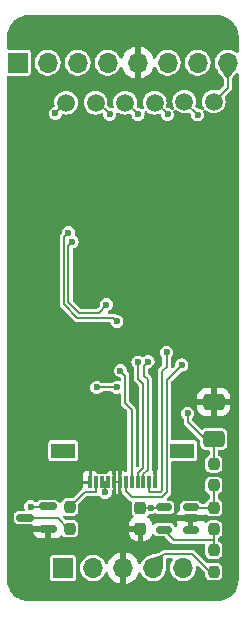
<source format=gbr>
%TF.GenerationSoftware,KiCad,Pcbnew,8.0.7-8.0.7-0~ubuntu22.04.1*%
%TF.CreationDate,2025-01-07T12:13:10+01:00*%
%TF.ProjectId,mcu_board,6d63755f-626f-4617-9264-2e6b69636164,rev?*%
%TF.SameCoordinates,Original*%
%TF.FileFunction,Copper,L2,Bot*%
%TF.FilePolarity,Positive*%
%FSLAX46Y46*%
G04 Gerber Fmt 4.6, Leading zero omitted, Abs format (unit mm)*
G04 Created by KiCad (PCBNEW 8.0.7-8.0.7-0~ubuntu22.04.1) date 2025-01-07 12:13:10*
%MOMM*%
%LPD*%
G01*
G04 APERTURE LIST*
G04 Aperture macros list*
%AMRoundRect*
0 Rectangle with rounded corners*
0 $1 Rounding radius*
0 $2 $3 $4 $5 $6 $7 $8 $9 X,Y pos of 4 corners*
0 Add a 4 corners polygon primitive as box body*
4,1,4,$2,$3,$4,$5,$6,$7,$8,$9,$2,$3,0*
0 Add four circle primitives for the rounded corners*
1,1,$1+$1,$2,$3*
1,1,$1+$1,$4,$5*
1,1,$1+$1,$6,$7*
1,1,$1+$1,$8,$9*
0 Add four rect primitives between the rounded corners*
20,1,$1+$1,$2,$3,$4,$5,0*
20,1,$1+$1,$4,$5,$6,$7,0*
20,1,$1+$1,$6,$7,$8,$9,0*
20,1,$1+$1,$8,$9,$2,$3,0*%
G04 Aperture macros list end*
%TA.AperFunction,ComponentPad*%
%ADD10R,1.700000X1.700000*%
%TD*%
%TA.AperFunction,ComponentPad*%
%ADD11O,1.700000X1.700000*%
%TD*%
%TA.AperFunction,SMDPad,CuDef*%
%ADD12RoundRect,0.237500X-0.237500X0.250000X-0.237500X-0.250000X0.237500X-0.250000X0.237500X0.250000X0*%
%TD*%
%TA.AperFunction,SMDPad,CuDef*%
%ADD13C,1.500000*%
%TD*%
%TA.AperFunction,SMDPad,CuDef*%
%ADD14RoundRect,0.237500X0.237500X-0.250000X0.237500X0.250000X-0.237500X0.250000X-0.237500X-0.250000X0*%
%TD*%
%TA.AperFunction,SMDPad,CuDef*%
%ADD15RoundRect,0.237500X0.237500X-0.300000X0.237500X0.300000X-0.237500X0.300000X-0.237500X-0.300000X0*%
%TD*%
%TA.AperFunction,SMDPad,CuDef*%
%ADD16RoundRect,0.150000X0.587500X0.150000X-0.587500X0.150000X-0.587500X-0.150000X0.587500X-0.150000X0*%
%TD*%
%TA.AperFunction,SMDPad,CuDef*%
%ADD17R,0.300000X1.000000*%
%TD*%
%TA.AperFunction,SMDPad,CuDef*%
%ADD18R,2.000000X1.300000*%
%TD*%
%TA.AperFunction,SMDPad,CuDef*%
%ADD19RoundRect,0.150000X0.512500X0.150000X-0.512500X0.150000X-0.512500X-0.150000X0.512500X-0.150000X0*%
%TD*%
%TA.AperFunction,SMDPad,CuDef*%
%ADD20RoundRect,0.250000X0.650000X-0.412500X0.650000X0.412500X-0.650000X0.412500X-0.650000X-0.412500X0*%
%TD*%
%TA.AperFunction,ViaPad*%
%ADD21C,0.600000*%
%TD*%
%TA.AperFunction,Conductor*%
%ADD22C,0.200000*%
%TD*%
G04 APERTURE END LIST*
D10*
%TO.P,J7,1,Pin_1*%
%TO.N,+3.3V*%
X141100000Y-54200000D03*
D11*
%TO.P,J7,2,Pin_2*%
%TO.N,TX2*%
X143640000Y-54200000D03*
%TO.P,J7,3,Pin_3*%
%TO.N,RX2*%
X146180000Y-54200000D03*
%TO.P,J7,4,Pin_4*%
%TO.N,~{RESET}*%
X148720000Y-54200000D03*
%TO.P,J7,5,Pin_5*%
%TO.N,GND*%
X151260000Y-54200000D03*
%TO.P,J7,6,Pin_6*%
%TO.N,unconnected-(J7-Pin_6-Pad6)*%
X153800000Y-54200000D03*
%TO.P,J7,7,Pin_7*%
%TO.N,SWDIO*%
X156340000Y-54200000D03*
%TO.P,J7,8,Pin_8*%
%TO.N,SWCLK*%
X158880000Y-54200000D03*
%TD*%
D12*
%TO.P,R3,1*%
%TO.N,Net-(U1--)*%
X157700000Y-95487500D03*
%TO.P,R3,2*%
%TO.N,/AGC*%
X157700000Y-97312500D03*
%TD*%
D13*
%TO.P,J3,1,Pin_1*%
%TO.N,SWDIO*%
X155200000Y-57500000D03*
%TD*%
%TO.P,J10,1,Pin_1*%
%TO.N,~{RESET}*%
X145200000Y-57600000D03*
%TD*%
%TO.P,J6,1,Pin_1*%
%TO.N,JTDI*%
X152700000Y-57600000D03*
%TD*%
%TO.P,J9,1,Pin_1*%
%TO.N,JNTRST*%
X147700000Y-57600000D03*
%TD*%
D14*
%TO.P,R1,1*%
%TO.N,Net-(R1-Pad1)*%
X157700000Y-90000000D03*
%TO.P,R1,2*%
%TO.N,AGC_INV*%
X157700000Y-88175000D03*
%TD*%
D15*
%TO.P,C2,1*%
%TO.N,GND*%
X151500000Y-93662500D03*
%TO.P,C2,2*%
%TO.N,+3.3V*%
X151500000Y-91937500D03*
%TD*%
D16*
%TO.P,Q1,1,B*%
%TO.N,Net-(Q1-B)*%
X143637500Y-91787500D03*
%TO.P,Q1,2,E*%
%TO.N,GND*%
X143637500Y-93687500D03*
%TO.P,Q1,3,C*%
%TO.N,Net-(Q1-C)*%
X141762500Y-92737500D03*
%TD*%
D17*
%TO.P,J5,1,Pin_1*%
%TO.N,GND*%
X147250000Y-89750000D03*
%TO.P,J5,2,Pin_2*%
%TO.N,DISP_LEDK*%
X147750000Y-89750000D03*
%TO.P,J5,3,Pin_3*%
%TO.N,+3.3V*%
X148250000Y-89750000D03*
%TO.P,J5,4,Pin_4*%
X148750000Y-89750000D03*
%TO.P,J5,5,Pin_5*%
%TO.N,GND*%
X149250000Y-89750000D03*
%TO.P,J5,6,Pin_6*%
X149750000Y-89750000D03*
%TO.P,J5,7,Pin_7*%
%TO.N,DISP_DC*%
X150250000Y-89750000D03*
%TO.P,J5,8,Pin_8*%
%TO.N,DISP_CS*%
X150750000Y-89750000D03*
%TO.P,J5,9,Pin_9*%
%TO.N,DISP_SCL*%
X151250000Y-89750000D03*
%TO.P,J5,10,Pin_10*%
%TO.N,DISP_SDA*%
X151750000Y-89750000D03*
%TO.P,J5,11,Pin_11*%
%TO.N,DISP_RST*%
X152250000Y-89750000D03*
%TO.P,J5,12,Pin_12*%
%TO.N,GND*%
X152750000Y-89750000D03*
D18*
%TO.P,J5,MP1*%
%TO.N,N/C*%
X144950000Y-87050000D03*
%TO.P,J5,MP2*%
X155050000Y-87050000D03*
%TD*%
D19*
%TO.P,U1,1*%
%TO.N,Net-(R1-Pad1)*%
X155737500Y-91850000D03*
%TO.P,U1,2,V-*%
%TO.N,GND*%
X155737500Y-92800000D03*
%TO.P,U1,3,+*%
X155737500Y-93750000D03*
%TO.P,U1,4,-*%
%TO.N,Net-(U1--)*%
X153462500Y-93750000D03*
%TO.P,U1,5,V+*%
%TO.N,+3.3V*%
X153462500Y-91850000D03*
%TD*%
D13*
%TO.P,J8,1,Pin_1*%
%TO.N,JTDO*%
X150200000Y-57600000D03*
%TD*%
%TO.P,J4,1,Pin_1*%
%TO.N,SWCLK*%
X157700000Y-57500000D03*
%TD*%
D14*
%TO.P,R2,1*%
%TO.N,Net-(U1--)*%
X157700000Y-93712500D03*
%TO.P,R2,2*%
%TO.N,Net-(R1-Pad1)*%
X157700000Y-91887500D03*
%TD*%
D10*
%TO.P,J1,1,Pin_1*%
%TO.N,unconnected-(J1-Pin_1-Pad1)*%
X144960000Y-97000000D03*
D11*
%TO.P,J1,2,Pin_2*%
%TO.N,Net-(J1-Pin_2)*%
X147500000Y-97000000D03*
%TO.P,J1,3,Pin_3*%
%TO.N,GND*%
X150040000Y-97000000D03*
%TO.P,J1,4,Pin_4*%
%TO.N,/AGC*%
X152580000Y-97000000D03*
%TO.P,J1,5,Pin_5*%
%TO.N,EN*%
X155120000Y-97000000D03*
%TD*%
D14*
%TO.P,R12,1*%
%TO.N,Net-(Q1-C)*%
X145500000Y-93662500D03*
%TO.P,R12,2*%
%TO.N,DISP_LEDK*%
X145500000Y-91837500D03*
%TD*%
D20*
%TO.P,C4,1*%
%TO.N,AGC_INV*%
X157700000Y-86062500D03*
%TO.P,C4,2*%
%TO.N,GND*%
X157700000Y-82937500D03*
%TD*%
D21*
%TO.N,GND*%
X147800000Y-74700000D03*
X142200000Y-60900000D03*
X157800000Y-60900000D03*
X156600000Y-77450000D03*
X154500000Y-51900000D03*
X150100000Y-84600000D03*
X142100000Y-75800000D03*
X149950000Y-72350000D03*
X157800000Y-79300000D03*
X144800000Y-90800000D03*
X147250000Y-64000000D03*
X142900000Y-51800000D03*
X144268750Y-68053125D03*
X148900000Y-60400000D03*
X142200000Y-79300000D03*
X154848042Y-74195248D03*
X142556250Y-72400000D03*
X143000000Y-78500000D03*
X152100000Y-68300000D03*
X153500000Y-71000000D03*
X158250000Y-68850000D03*
X150606250Y-66000000D03*
X151900000Y-60400000D03*
X157500000Y-64100000D03*
X150100000Y-83800000D03*
X152700000Y-80100000D03*
X146400000Y-67300000D03*
X158500000Y-70500000D03*
X149500000Y-78750000D03*
%TO.N,+3.3V*%
X152400000Y-91900000D03*
X148500000Y-90600000D03*
%TO.N,AGC_INV*%
X155500000Y-83900000D03*
%TO.N,TX2*%
X148600003Y-74700000D03*
X145700000Y-69400000D03*
%TO.N,JTDI*%
X153800000Y-58600000D03*
%TO.N,~{RESET}*%
X144300000Y-58500000D03*
%TO.N,RX2*%
X145400000Y-68600000D03*
X149500000Y-76100000D03*
%TO.N,SWDIO*%
X156334556Y-58630516D03*
%TO.N,DISP_SCL*%
X151281612Y-79568301D03*
%TO.N,DISP_RST*%
X153706250Y-78743505D03*
%TO.N,DISP_CS*%
X149800000Y-80300000D03*
%TO.N,DISP_SDA*%
X152135696Y-79529983D03*
%TO.N,DISP_DC*%
X155000000Y-79805099D03*
%TO.N,Net-(Q1-B)*%
X142200000Y-91800000D03*
%TO.N,JTDO*%
X151300000Y-58600000D03*
%TO.N,JNTRST*%
X148900000Y-58600000D03*
%TO.N,DISP_BLK*%
X149500000Y-81700000D03*
X147800000Y-81700000D03*
%TD*%
D22*
%TO.N,GND*%
X149750000Y-89750000D02*
X149250000Y-89750000D01*
%TO.N,+3.3V*%
X152362500Y-91937500D02*
X152400000Y-91900000D01*
X152437500Y-91937500D02*
X153375000Y-91937500D01*
X152400000Y-91900000D02*
X152437500Y-91937500D01*
X151500000Y-91937500D02*
X152362500Y-91937500D01*
X148500000Y-89750000D02*
X148250000Y-89750000D01*
X148750000Y-89750000D02*
X148500000Y-89750000D01*
X153375000Y-91937500D02*
X153462500Y-91850000D01*
X148500000Y-89750000D02*
X148500000Y-90600000D01*
%TO.N,AGC_INV*%
X155500000Y-84637500D02*
X157225000Y-86362500D01*
X157700000Y-86362500D02*
X157700000Y-88175000D01*
X157225000Y-86362500D02*
X157700000Y-86362500D01*
X155500000Y-83900000D02*
X155500000Y-84637500D01*
%TO.N,/AGC*%
X153500000Y-95800000D02*
X155900000Y-95800000D01*
X155900000Y-95800000D02*
X157412500Y-97312500D01*
X152555000Y-97545000D02*
X152555000Y-96745000D01*
X152555000Y-96745000D02*
X153500000Y-95800000D01*
X157412500Y-97312500D02*
X157700000Y-97312500D01*
%TO.N,TX2*%
X147948529Y-75400000D02*
X146300000Y-75400000D01*
X148600003Y-74700000D02*
X148600003Y-74748526D01*
X148600003Y-74748526D02*
X147948529Y-75400000D01*
X145400000Y-74500000D02*
X145400000Y-69700000D01*
X145400000Y-69700000D02*
X145700000Y-69400000D01*
X146300000Y-75400000D02*
X145400000Y-74500000D01*
%TO.N,JTDI*%
X152800000Y-57600000D02*
X153800000Y-58600000D01*
X152700000Y-57600000D02*
X152800000Y-57600000D01*
%TO.N,~{RESET}*%
X145200000Y-57600000D02*
X144300000Y-58500000D01*
%TO.N,RX2*%
X149500000Y-76100000D02*
X149200000Y-75800000D01*
X145000000Y-69000000D02*
X145400000Y-68600000D01*
X146134314Y-75800000D02*
X145000000Y-74665686D01*
X149200000Y-75800000D02*
X146134314Y-75800000D01*
X145000000Y-74665686D02*
X145000000Y-69000000D01*
%TO.N,SWCLK*%
X158880000Y-56320000D02*
X157700000Y-57500000D01*
X158880000Y-54200000D02*
X158880000Y-56320000D01*
%TO.N,SWDIO*%
X155200000Y-57500000D02*
X156334556Y-58634556D01*
X156334556Y-58634556D02*
X156334556Y-58630516D01*
%TO.N,DISP_SCL*%
X151700000Y-88534314D02*
X151250000Y-88984314D01*
X151281612Y-80981612D02*
X151700000Y-81400000D01*
X151250000Y-88984314D02*
X151250000Y-89750000D01*
X151700000Y-81400000D02*
X151700000Y-88534314D01*
X151281612Y-79568301D02*
X151281612Y-80981612D01*
%TO.N,DISP_RST*%
X153706250Y-79942279D02*
X153350000Y-80298529D01*
X153350000Y-80298529D02*
X153350000Y-90434314D01*
X152300000Y-90550000D02*
X152250000Y-90500000D01*
X153350000Y-90434314D02*
X153234314Y-90550000D01*
X152250000Y-90500000D02*
X152250000Y-89750000D01*
X153234314Y-90550000D02*
X152300000Y-90550000D01*
X153706250Y-78743505D02*
X153706250Y-79942279D01*
%TO.N,DISP_CS*%
X150200000Y-83051471D02*
X150750000Y-83601471D01*
X150200000Y-80700000D02*
X150200000Y-83051471D01*
X150750000Y-83601471D02*
X150750000Y-89750000D01*
X149800000Y-80300000D02*
X150200000Y-80700000D01*
%TO.N,DISP_SDA*%
X151806250Y-80701538D02*
X152100000Y-80995288D01*
X151806250Y-79859429D02*
X151806250Y-80701538D01*
X151750000Y-89050000D02*
X151750000Y-89750000D01*
X152135696Y-79529983D02*
X151806250Y-79859429D01*
X152100000Y-88700000D02*
X151750000Y-89050000D01*
X152100000Y-80995288D02*
X152100000Y-88700000D01*
%TO.N,DISP_DC*%
X153750000Y-90600000D02*
X153350000Y-91000000D01*
X153750000Y-81055099D02*
X153750000Y-90600000D01*
X153350000Y-91000000D02*
X150750000Y-91000000D01*
X155000000Y-79805099D02*
X153750000Y-81055099D01*
X150250000Y-90500000D02*
X150250000Y-89750000D01*
X150750000Y-91000000D02*
X150250000Y-90500000D01*
%TO.N,Net-(Q1-C)*%
X144475000Y-92737500D02*
X145400000Y-93662500D01*
X141662500Y-92737500D02*
X144475000Y-92737500D01*
%TO.N,Net-(Q1-B)*%
X142200000Y-91800000D02*
X143500000Y-91800000D01*
%TO.N,Net-(R1-Pad1)*%
X155775000Y-91887500D02*
X155737500Y-91850000D01*
X157700000Y-91887500D02*
X157700000Y-90000000D01*
X157700000Y-91887500D02*
X155775000Y-91887500D01*
%TO.N,Net-(U1--)*%
X157700000Y-94600000D02*
X154312500Y-94600000D01*
X157700000Y-95487500D02*
X157700000Y-94600000D01*
X157700000Y-94600000D02*
X157700000Y-93712500D01*
X154312500Y-94600000D02*
X153462500Y-93750000D01*
%TO.N,JTDO*%
X150200000Y-57600000D02*
X150300000Y-57600000D01*
X150300000Y-57600000D02*
X151300000Y-58600000D01*
%TO.N,JNTRST*%
X148900000Y-58600000D02*
X147800000Y-57500000D01*
%TO.N,DISP_LEDK*%
X147700000Y-90550000D02*
X147750000Y-90500000D01*
X145500000Y-91837500D02*
X146787500Y-90550000D01*
X147750000Y-90500000D02*
X147750000Y-89750000D01*
X146787500Y-90550000D02*
X147700000Y-90550000D01*
%TO.N,DISP_BLK*%
X149500000Y-81700000D02*
X147800000Y-81700000D01*
%TD*%
%TA.AperFunction,Conductor*%
%TO.N,/AGC*%
G36*
X153245206Y-95918489D02*
G01*
X153247957Y-95920531D01*
X153381229Y-96053803D01*
X153384642Y-96061511D01*
X153429407Y-96987745D01*
X153426384Y-96996174D01*
X153418286Y-96999996D01*
X153417731Y-97000010D01*
X152587127Y-97000700D01*
X152578851Y-96997280D01*
X152576303Y-96993466D01*
X152535723Y-96895196D01*
X152259643Y-96226626D01*
X152259652Y-96217673D01*
X152265991Y-96211348D01*
X152267062Y-96210965D01*
X153236295Y-95917606D01*
X153245206Y-95918489D01*
G37*
%TD.AperFunction*%
%TD*%
%TA.AperFunction,Conductor*%
%TO.N,SWCLK*%
G36*
X158888264Y-54207278D02*
G01*
X159473908Y-54793896D01*
X159477328Y-54802172D01*
X159475018Y-54809142D01*
X158983509Y-55470280D01*
X158975822Y-55474875D01*
X158974119Y-55475000D01*
X158785881Y-55475000D01*
X158777608Y-55471573D01*
X158776491Y-55470280D01*
X158284980Y-54809140D01*
X158282796Y-54800459D01*
X158286089Y-54793898D01*
X158871721Y-54207292D01*
X158879990Y-54203859D01*
X158888264Y-54207278D01*
G37*
%TD.AperFunction*%
%TD*%
%TA.AperFunction,Conductor*%
%TO.N,GND*%
G36*
X158004043Y-50200765D02*
G01*
X158226790Y-50215364D01*
X158242848Y-50217479D01*
X158428875Y-50254482D01*
X158457771Y-50260230D01*
X158473438Y-50264428D01*
X158626569Y-50316409D01*
X158680944Y-50334867D01*
X158695921Y-50341070D01*
X158886791Y-50435196D01*
X158892460Y-50437992D01*
X158906508Y-50446102D01*
X159088712Y-50567848D01*
X159101573Y-50577716D01*
X159206495Y-50669730D01*
X159266328Y-50722202D01*
X159277797Y-50733671D01*
X159388160Y-50859517D01*
X159422280Y-50898423D01*
X159432154Y-50911291D01*
X159553897Y-51093492D01*
X159562007Y-51107539D01*
X159658926Y-51304071D01*
X159665133Y-51319057D01*
X159735571Y-51526561D01*
X159739769Y-51542228D01*
X159782518Y-51757140D01*
X159784636Y-51773221D01*
X159799235Y-51995956D01*
X159799500Y-52004066D01*
X159799500Y-53268244D01*
X159779815Y-53335283D01*
X159727011Y-53381038D01*
X159657853Y-53390982D01*
X159594297Y-53361957D01*
X159591962Y-53359881D01*
X159546041Y-53318019D01*
X159546039Y-53318017D01*
X159372642Y-53210655D01*
X159372635Y-53210651D01*
X159246769Y-53161891D01*
X159182456Y-53136976D01*
X158981976Y-53099500D01*
X158778024Y-53099500D01*
X158577544Y-53136976D01*
X158577541Y-53136976D01*
X158577541Y-53136977D01*
X158387364Y-53210651D01*
X158387357Y-53210655D01*
X158213960Y-53318017D01*
X158213958Y-53318019D01*
X158063237Y-53455418D01*
X157940327Y-53618178D01*
X157849422Y-53800739D01*
X157849417Y-53800752D01*
X157793602Y-53996917D01*
X157774785Y-54199999D01*
X157774785Y-54200000D01*
X157793602Y-54403082D01*
X157849417Y-54599247D01*
X157849422Y-54599260D01*
X157899585Y-54700000D01*
X157940327Y-54781821D01*
X158063236Y-54944579D01*
X158067008Y-54948018D01*
X158082977Y-54965668D01*
X158505013Y-55533355D01*
X158529213Y-55598900D01*
X158529500Y-55607336D01*
X158529500Y-56123455D01*
X158509815Y-56190494D01*
X158493181Y-56211136D01*
X158174419Y-56529897D01*
X158113096Y-56563382D01*
X158050743Y-56560877D01*
X157896130Y-56513975D01*
X157700000Y-56494659D01*
X157503870Y-56513975D01*
X157315266Y-56571188D01*
X157141467Y-56664086D01*
X157141460Y-56664090D01*
X156989116Y-56789116D01*
X156864090Y-56941460D01*
X156864086Y-56941467D01*
X156771188Y-57115266D01*
X156713975Y-57303870D01*
X156694659Y-57500000D01*
X156713975Y-57696129D01*
X156713976Y-57696132D01*
X156744311Y-57796134D01*
X156771188Y-57884733D01*
X156851174Y-58034376D01*
X156865416Y-58102779D01*
X156840416Y-58168023D01*
X156784111Y-58209393D01*
X156714377Y-58213755D01*
X156666330Y-58191205D01*
X156612181Y-58149655D01*
X156612179Y-58149654D01*
X156478268Y-58094187D01*
X156478266Y-58094186D01*
X156478265Y-58094186D01*
X156390764Y-58082666D01*
X156334557Y-58075266D01*
X156326429Y-58075266D01*
X156326429Y-58072728D01*
X156269932Y-58063915D01*
X156235108Y-58039426D01*
X156170102Y-57974420D01*
X156136617Y-57913097D01*
X156139123Y-57850743D01*
X156155340Y-57797283D01*
X156186024Y-57696132D01*
X156205341Y-57500000D01*
X156186024Y-57303868D01*
X156128814Y-57115273D01*
X156128811Y-57115269D01*
X156128811Y-57115266D01*
X156035913Y-56941467D01*
X156035909Y-56941460D01*
X155910883Y-56789116D01*
X155758539Y-56664090D01*
X155758532Y-56664086D01*
X155584733Y-56571188D01*
X155584727Y-56571186D01*
X155396132Y-56513976D01*
X155396129Y-56513975D01*
X155200000Y-56494659D01*
X155003870Y-56513975D01*
X154815266Y-56571188D01*
X154641467Y-56664086D01*
X154641460Y-56664090D01*
X154489116Y-56789116D01*
X154364090Y-56941460D01*
X154364086Y-56941467D01*
X154271188Y-57115266D01*
X154213975Y-57303870D01*
X154194659Y-57500000D01*
X154213975Y-57696129D01*
X154213976Y-57696132D01*
X154271186Y-57884727D01*
X154271899Y-57886060D01*
X154347550Y-58027595D01*
X154361791Y-58095998D01*
X154336791Y-58161242D01*
X154280485Y-58202612D01*
X154210752Y-58206974D01*
X154162704Y-58184423D01*
X154077626Y-58119139D01*
X154077623Y-58119138D01*
X153943712Y-58063671D01*
X153943710Y-58063670D01*
X153943709Y-58063670D01*
X153852638Y-58051680D01*
X153800001Y-58044750D01*
X153791873Y-58044750D01*
X153791873Y-58041243D01*
X153738613Y-58032772D01*
X153704122Y-58008440D01*
X153693376Y-57997694D01*
X153659891Y-57936371D01*
X153662396Y-57874018D01*
X153686024Y-57796132D01*
X153705341Y-57600000D01*
X153686024Y-57403868D01*
X153628814Y-57215273D01*
X153628811Y-57215269D01*
X153628811Y-57215266D01*
X153535913Y-57041467D01*
X153535909Y-57041460D01*
X153410883Y-56889116D01*
X153258539Y-56764090D01*
X153258532Y-56764086D01*
X153084733Y-56671188D01*
X153084727Y-56671186D01*
X152896132Y-56613976D01*
X152896129Y-56613975D01*
X152700000Y-56594659D01*
X152503870Y-56613975D01*
X152315266Y-56671188D01*
X152141467Y-56764086D01*
X152141460Y-56764090D01*
X151989116Y-56889116D01*
X151864090Y-57041460D01*
X151864086Y-57041467D01*
X151771188Y-57215266D01*
X151713975Y-57403870D01*
X151694659Y-57600000D01*
X151713976Y-57796134D01*
X151771024Y-57984193D01*
X151771648Y-58054060D01*
X151734400Y-58113173D01*
X151671106Y-58142764D01*
X151601862Y-58133439D01*
X151584664Y-58123201D01*
X151584664Y-58123203D01*
X151577623Y-58119138D01*
X151443712Y-58063671D01*
X151443710Y-58063670D01*
X151443709Y-58063670D01*
X151352638Y-58051680D01*
X151300001Y-58044750D01*
X151291873Y-58044750D01*
X151291873Y-58041243D01*
X151238613Y-58032772D01*
X151204122Y-58008440D01*
X151193376Y-57997694D01*
X151159891Y-57936371D01*
X151162396Y-57874018D01*
X151186024Y-57796132D01*
X151205341Y-57600000D01*
X151186024Y-57403868D01*
X151128814Y-57215273D01*
X151128811Y-57215269D01*
X151128811Y-57215266D01*
X151035913Y-57041467D01*
X151035909Y-57041460D01*
X150910883Y-56889116D01*
X150758539Y-56764090D01*
X150758532Y-56764086D01*
X150584733Y-56671188D01*
X150584727Y-56671186D01*
X150396132Y-56613976D01*
X150396129Y-56613975D01*
X150200000Y-56594659D01*
X150003870Y-56613975D01*
X149815266Y-56671188D01*
X149641467Y-56764086D01*
X149641460Y-56764090D01*
X149489116Y-56889116D01*
X149364090Y-57041460D01*
X149364086Y-57041467D01*
X149271188Y-57215266D01*
X149213975Y-57403870D01*
X149194659Y-57600000D01*
X149213976Y-57796134D01*
X149255158Y-57931891D01*
X149255782Y-58001758D01*
X149218534Y-58060871D01*
X149155240Y-58090462D01*
X149089047Y-58082449D01*
X149044300Y-58063915D01*
X149043709Y-58063670D01*
X148952638Y-58051680D01*
X148900001Y-58044750D01*
X148891873Y-58044750D01*
X148891873Y-58041243D01*
X148838613Y-58032772D01*
X148804122Y-58008440D01*
X148716651Y-57920969D01*
X148683166Y-57859646D01*
X148685474Y-57802234D01*
X148684836Y-57802107D01*
X148685643Y-57798048D01*
X148685673Y-57797286D01*
X148686024Y-57796132D01*
X148705341Y-57600000D01*
X148686024Y-57403868D01*
X148628814Y-57215273D01*
X148628811Y-57215269D01*
X148628811Y-57215266D01*
X148535913Y-57041467D01*
X148535909Y-57041460D01*
X148410883Y-56889116D01*
X148258539Y-56764090D01*
X148258532Y-56764086D01*
X148084733Y-56671188D01*
X148084727Y-56671186D01*
X147896132Y-56613976D01*
X147896129Y-56613975D01*
X147700000Y-56594659D01*
X147503870Y-56613975D01*
X147315266Y-56671188D01*
X147141467Y-56764086D01*
X147141460Y-56764090D01*
X146989116Y-56889116D01*
X146864090Y-57041460D01*
X146864086Y-57041467D01*
X146771188Y-57215266D01*
X146713975Y-57403870D01*
X146694659Y-57600000D01*
X146713975Y-57796129D01*
X146715827Y-57802234D01*
X146768059Y-57974420D01*
X146771188Y-57984733D01*
X146864086Y-58158532D01*
X146864090Y-58158539D01*
X146989116Y-58310883D01*
X147141460Y-58435909D01*
X147141467Y-58435913D01*
X147315266Y-58528811D01*
X147315269Y-58528811D01*
X147315273Y-58528814D01*
X147503868Y-58586024D01*
X147700000Y-58605341D01*
X147896132Y-58586024D01*
X148084727Y-58528814D01*
X148162296Y-58487351D01*
X148230698Y-58473109D01*
X148295942Y-58498108D01*
X148337313Y-58554412D01*
X148344750Y-58596709D01*
X148344750Y-58600000D01*
X148363670Y-58743708D01*
X148363671Y-58743712D01*
X148419137Y-58877622D01*
X148419138Y-58877624D01*
X148419139Y-58877625D01*
X148507379Y-58992621D01*
X148622375Y-59080861D01*
X148756291Y-59136330D01*
X148883280Y-59153048D01*
X148899999Y-59155250D01*
X148900000Y-59155250D01*
X148900001Y-59155250D01*
X148914977Y-59153278D01*
X149043709Y-59136330D01*
X149177625Y-59080861D01*
X149292621Y-58992621D01*
X149380861Y-58877625D01*
X149436330Y-58743709D01*
X149455250Y-58600000D01*
X149449324Y-58554991D01*
X149460089Y-58485959D01*
X149506468Y-58433702D01*
X149573737Y-58414816D01*
X149635678Y-58433806D01*
X149636089Y-58433039D01*
X149640008Y-58435133D01*
X149640537Y-58435296D01*
X149641152Y-58435704D01*
X149641460Y-58435910D01*
X149815266Y-58528811D01*
X149815269Y-58528811D01*
X149815273Y-58528814D01*
X150003868Y-58586024D01*
X150200000Y-58605341D01*
X150396132Y-58586024D01*
X150584727Y-58528814D01*
X150584727Y-58528813D01*
X150589734Y-58527295D01*
X150659601Y-58526671D01*
X150718714Y-58563919D01*
X150748305Y-58627213D01*
X150748669Y-58629769D01*
X150763670Y-58743707D01*
X150763671Y-58743712D01*
X150819137Y-58877622D01*
X150819138Y-58877624D01*
X150819139Y-58877625D01*
X150907379Y-58992621D01*
X151022375Y-59080861D01*
X151156291Y-59136330D01*
X151283280Y-59153048D01*
X151299999Y-59155250D01*
X151300000Y-59155250D01*
X151300001Y-59155250D01*
X151314977Y-59153278D01*
X151443709Y-59136330D01*
X151577625Y-59080861D01*
X151692621Y-58992621D01*
X151780861Y-58877625D01*
X151836330Y-58743709D01*
X151855250Y-58600000D01*
X151837317Y-58463792D01*
X151848082Y-58394761D01*
X151894461Y-58342505D01*
X151961730Y-58323619D01*
X152028531Y-58344099D01*
X152038921Y-58351757D01*
X152141460Y-58435909D01*
X152141467Y-58435913D01*
X152315266Y-58528811D01*
X152315269Y-58528811D01*
X152315273Y-58528814D01*
X152503868Y-58586024D01*
X152700000Y-58605341D01*
X152896132Y-58586024D01*
X153084727Y-58528814D01*
X153084727Y-58528813D01*
X153089734Y-58527295D01*
X153159601Y-58526671D01*
X153218714Y-58563919D01*
X153248305Y-58627213D01*
X153248669Y-58629769D01*
X153263670Y-58743707D01*
X153263671Y-58743712D01*
X153319137Y-58877622D01*
X153319138Y-58877624D01*
X153319139Y-58877625D01*
X153407379Y-58992621D01*
X153522375Y-59080861D01*
X153656291Y-59136330D01*
X153783280Y-59153048D01*
X153799999Y-59155250D01*
X153800000Y-59155250D01*
X153800001Y-59155250D01*
X153814977Y-59153278D01*
X153943709Y-59136330D01*
X154077625Y-59080861D01*
X154192621Y-58992621D01*
X154280861Y-58877625D01*
X154336330Y-58743709D01*
X154355250Y-58600000D01*
X154336330Y-58456291D01*
X154293083Y-58351884D01*
X154285615Y-58282416D01*
X154316890Y-58219937D01*
X154376979Y-58184285D01*
X154446804Y-58186779D01*
X154486310Y-58208580D01*
X154641460Y-58335909D01*
X154641467Y-58335913D01*
X154815266Y-58428811D01*
X154815269Y-58428811D01*
X154815273Y-58428814D01*
X155003868Y-58486024D01*
X155200000Y-58505341D01*
X155396132Y-58486024D01*
X155550743Y-58439123D01*
X155620610Y-58438499D01*
X155674420Y-58470102D01*
X155742987Y-58538669D01*
X155776472Y-58599992D01*
X155779306Y-58626350D01*
X155779306Y-58630515D01*
X155779306Y-58630516D01*
X155794208Y-58743709D01*
X155798226Y-58774224D01*
X155798227Y-58774228D01*
X155853693Y-58908138D01*
X155853694Y-58908140D01*
X155853695Y-58908141D01*
X155941935Y-59023137D01*
X156056931Y-59111377D01*
X156190847Y-59166846D01*
X156317836Y-59183564D01*
X156334555Y-59185766D01*
X156334556Y-59185766D01*
X156334557Y-59185766D01*
X156349533Y-59183794D01*
X156478265Y-59166846D01*
X156612181Y-59111377D01*
X156727177Y-59023137D01*
X156815417Y-58908141D01*
X156870886Y-58774225D01*
X156889806Y-58630516D01*
X156870886Y-58486807D01*
X156826286Y-58379133D01*
X156818818Y-58309665D01*
X156850093Y-58247186D01*
X156910182Y-58211534D01*
X156980008Y-58214028D01*
X157019513Y-58235829D01*
X157141460Y-58335909D01*
X157141467Y-58335913D01*
X157315266Y-58428811D01*
X157315269Y-58428811D01*
X157315273Y-58428814D01*
X157503868Y-58486024D01*
X157700000Y-58505341D01*
X157896132Y-58486024D01*
X158084727Y-58428814D01*
X158110916Y-58414816D01*
X158243217Y-58344099D01*
X158258538Y-58335910D01*
X158410883Y-58210883D01*
X158535910Y-58058538D01*
X158613650Y-57913097D01*
X158628811Y-57884733D01*
X158628813Y-57884728D01*
X158628814Y-57884727D01*
X158686024Y-57696132D01*
X158705341Y-57500000D01*
X158686024Y-57303868D01*
X158639121Y-57149253D01*
X158638498Y-57079389D01*
X158670099Y-57025581D01*
X159160470Y-56535212D01*
X159206614Y-56455288D01*
X159230500Y-56366144D01*
X159230500Y-55607336D01*
X159250185Y-55540297D01*
X159254987Y-55533355D01*
X159335913Y-55424500D01*
X159575987Y-55101571D01*
X159631781Y-55059516D01*
X159701456Y-55054300D01*
X159762890Y-55087581D01*
X159796578Y-55148793D01*
X159799500Y-55175553D01*
X159799500Y-97995933D01*
X159799235Y-98004043D01*
X159784636Y-98226778D01*
X159782518Y-98242859D01*
X159739769Y-98457771D01*
X159735571Y-98473438D01*
X159665133Y-98680942D01*
X159658926Y-98695928D01*
X159562007Y-98892460D01*
X159553897Y-98906507D01*
X159432154Y-99088708D01*
X159422280Y-99101576D01*
X159277797Y-99266328D01*
X159266328Y-99277797D01*
X159101576Y-99422280D01*
X159088708Y-99432154D01*
X158906507Y-99553897D01*
X158892460Y-99562007D01*
X158695928Y-99658926D01*
X158680942Y-99665133D01*
X158473438Y-99735571D01*
X158457771Y-99739769D01*
X158242859Y-99782518D01*
X158226778Y-99784636D01*
X158004043Y-99799235D01*
X157995933Y-99799500D01*
X142004067Y-99799500D01*
X141995957Y-99799235D01*
X141773221Y-99784636D01*
X141757140Y-99782518D01*
X141542228Y-99739769D01*
X141526561Y-99735571D01*
X141319057Y-99665133D01*
X141304071Y-99658926D01*
X141107539Y-99562007D01*
X141093492Y-99553897D01*
X140911291Y-99432154D01*
X140898423Y-99422280D01*
X140733671Y-99277797D01*
X140722202Y-99266328D01*
X140669730Y-99206495D01*
X140577716Y-99101573D01*
X140567845Y-99088708D01*
X140446102Y-98906507D01*
X140437992Y-98892460D01*
X140435196Y-98886791D01*
X140341070Y-98695921D01*
X140334866Y-98680942D01*
X140264428Y-98473438D01*
X140260230Y-98457771D01*
X140234941Y-98330634D01*
X140217479Y-98242848D01*
X140215364Y-98226790D01*
X140200765Y-98004043D01*
X140200500Y-97995933D01*
X140200500Y-96125321D01*
X143859500Y-96125321D01*
X143859500Y-97874678D01*
X143874032Y-97947735D01*
X143874033Y-97947739D01*
X143892405Y-97975235D01*
X143929399Y-98030601D01*
X144012260Y-98085966D01*
X144012264Y-98085967D01*
X144085321Y-98100499D01*
X144085324Y-98100500D01*
X144085326Y-98100500D01*
X145834676Y-98100500D01*
X145834677Y-98100499D01*
X145907740Y-98085966D01*
X145990601Y-98030601D01*
X146045966Y-97947740D01*
X146060500Y-97874674D01*
X146060500Y-96999999D01*
X146394785Y-96999999D01*
X146394785Y-97000000D01*
X146413602Y-97203082D01*
X146469417Y-97399247D01*
X146469422Y-97399260D01*
X146560327Y-97581821D01*
X146683237Y-97744581D01*
X146833958Y-97881980D01*
X146833960Y-97881982D01*
X146933141Y-97943392D01*
X147007363Y-97989348D01*
X147197544Y-98063024D01*
X147398024Y-98100500D01*
X147398026Y-98100500D01*
X147601974Y-98100500D01*
X147601976Y-98100500D01*
X147802456Y-98063024D01*
X147992637Y-97989348D01*
X148166041Y-97881981D01*
X148316764Y-97744579D01*
X148439673Y-97581821D01*
X148501598Y-97457456D01*
X148526817Y-97406812D01*
X148574319Y-97355575D01*
X148641982Y-97338153D01*
X148708323Y-97360078D01*
X148752278Y-97414389D01*
X148757592Y-97429989D01*
X148766567Y-97463485D01*
X148766570Y-97463492D01*
X148866399Y-97677578D01*
X149001894Y-97871082D01*
X149168917Y-98038105D01*
X149362421Y-98173600D01*
X149576507Y-98273429D01*
X149576516Y-98273433D01*
X149790000Y-98330634D01*
X149790000Y-97433012D01*
X149847007Y-97465925D01*
X149974174Y-97500000D01*
X150105826Y-97500000D01*
X150232993Y-97465925D01*
X150290000Y-97433012D01*
X150290000Y-98330633D01*
X150503483Y-98273433D01*
X150503492Y-98273429D01*
X150717578Y-98173600D01*
X150911082Y-98038105D01*
X151078105Y-97871082D01*
X151213600Y-97677578D01*
X151313429Y-97463492D01*
X151313431Y-97463489D01*
X151322406Y-97429992D01*
X151358770Y-97370331D01*
X151421616Y-97339800D01*
X151490992Y-97348094D01*
X151544871Y-97392578D01*
X151553182Y-97406811D01*
X151640327Y-97581821D01*
X151763237Y-97744581D01*
X151913958Y-97881980D01*
X151913960Y-97881982D01*
X152013141Y-97943392D01*
X152087363Y-97989348D01*
X152277544Y-98063024D01*
X152478024Y-98100500D01*
X152478026Y-98100500D01*
X152681974Y-98100500D01*
X152681976Y-98100500D01*
X152882456Y-98063024D01*
X153072637Y-97989348D01*
X153246041Y-97881981D01*
X153396764Y-97744579D01*
X153519673Y-97581821D01*
X153610582Y-97399250D01*
X153666397Y-97203083D01*
X153685215Y-97000000D01*
X153684838Y-96995940D01*
X153684464Y-96978298D01*
X153684607Y-96975418D01*
X153684609Y-96975411D01*
X153684608Y-96975403D01*
X153684609Y-96975397D01*
X153651023Y-96280486D01*
X153667448Y-96212575D01*
X153717981Y-96164324D01*
X153774878Y-96150500D01*
X154133443Y-96150500D01*
X154200482Y-96170185D01*
X154246237Y-96222989D01*
X154256181Y-96292147D01*
X154232397Y-96349227D01*
X154180327Y-96418178D01*
X154089422Y-96600739D01*
X154089417Y-96600752D01*
X154033602Y-96796917D01*
X154014785Y-96999999D01*
X154014785Y-97000000D01*
X154033602Y-97203082D01*
X154089417Y-97399247D01*
X154089422Y-97399260D01*
X154180327Y-97581821D01*
X154303237Y-97744581D01*
X154453958Y-97881980D01*
X154453960Y-97881982D01*
X154553141Y-97943392D01*
X154627363Y-97989348D01*
X154817544Y-98063024D01*
X155018024Y-98100500D01*
X155018026Y-98100500D01*
X155221974Y-98100500D01*
X155221976Y-98100500D01*
X155422456Y-98063024D01*
X155612637Y-97989348D01*
X155786041Y-97881981D01*
X155936764Y-97744579D01*
X156059673Y-97581821D01*
X156150582Y-97399250D01*
X156206397Y-97203083D01*
X156225215Y-97000000D01*
X156218185Y-96924138D01*
X156231599Y-96855572D01*
X156279956Y-96805140D01*
X156347902Y-96788857D01*
X156413865Y-96811894D01*
X156429337Y-96825019D01*
X156938181Y-97333863D01*
X156971666Y-97395186D01*
X156974500Y-97421544D01*
X156974500Y-97609190D01*
X156980748Y-97667299D01*
X157019854Y-97772144D01*
X157029788Y-97798778D01*
X157113884Y-97911116D01*
X157204055Y-97978618D01*
X157218388Y-97989348D01*
X157226222Y-97995212D01*
X157318594Y-98029665D01*
X157357700Y-98044251D01*
X157415809Y-98050499D01*
X157415826Y-98050500D01*
X157984174Y-98050500D01*
X157984190Y-98050499D01*
X158042299Y-98044251D01*
X158058777Y-98038105D01*
X158173778Y-97995212D01*
X158286116Y-97911116D01*
X158370212Y-97798778D01*
X158419251Y-97667299D01*
X158425499Y-97609190D01*
X158425500Y-97609173D01*
X158425500Y-97015826D01*
X158425499Y-97015809D01*
X158419251Y-96957700D01*
X158404665Y-96918594D01*
X158370212Y-96826222D01*
X158369311Y-96825019D01*
X158348274Y-96796917D01*
X158286116Y-96713884D01*
X158174207Y-96630109D01*
X158173780Y-96629789D01*
X158173778Y-96629788D01*
X158113802Y-96607418D01*
X158042299Y-96580748D01*
X157984190Y-96574500D01*
X157984174Y-96574500D01*
X157415826Y-96574500D01*
X157415809Y-96574500D01*
X157357699Y-96580749D01*
X157357695Y-96580749D01*
X157300337Y-96602143D01*
X157230646Y-96607127D01*
X157169324Y-96573642D01*
X156115213Y-95519531D01*
X156115208Y-95519527D01*
X156035290Y-95473387D01*
X156035289Y-95473386D01*
X156035288Y-95473386D01*
X155946144Y-95449500D01*
X153546144Y-95449500D01*
X153453856Y-95449500D01*
X153364712Y-95473386D01*
X153364709Y-95473387D01*
X153284791Y-95519527D01*
X153284786Y-95519531D01*
X153139780Y-95664535D01*
X153088022Y-95695536D01*
X152317457Y-95928764D01*
X152304323Y-95931969D01*
X152277546Y-95936975D01*
X152277536Y-95936978D01*
X152236249Y-95952972D01*
X152227383Y-95956027D01*
X152193038Y-95966423D01*
X152181013Y-95970390D01*
X152179965Y-95970765D01*
X152168477Y-95975188D01*
X152168474Y-95975189D01*
X152165307Y-95977301D01*
X152141336Y-95989742D01*
X152087361Y-96010652D01*
X151913957Y-96118020D01*
X151763237Y-96255418D01*
X151640327Y-96418178D01*
X151553182Y-96593188D01*
X151505679Y-96644425D01*
X151438016Y-96661846D01*
X151371676Y-96639920D01*
X151327721Y-96585609D01*
X151322407Y-96570008D01*
X151313434Y-96536518D01*
X151313429Y-96536507D01*
X151213600Y-96322422D01*
X151213599Y-96322420D01*
X151078113Y-96128926D01*
X151078108Y-96128920D01*
X150911082Y-95961894D01*
X150717578Y-95826399D01*
X150503492Y-95726570D01*
X150503486Y-95726567D01*
X150290000Y-95669364D01*
X150290000Y-96566988D01*
X150232993Y-96534075D01*
X150105826Y-96500000D01*
X149974174Y-96500000D01*
X149847007Y-96534075D01*
X149790000Y-96566988D01*
X149790000Y-95669364D01*
X149789999Y-95669364D01*
X149576513Y-95726567D01*
X149576507Y-95726570D01*
X149362422Y-95826399D01*
X149362420Y-95826400D01*
X149168926Y-95961886D01*
X149168920Y-95961891D01*
X149001891Y-96128920D01*
X149001886Y-96128926D01*
X148866400Y-96322420D01*
X148866399Y-96322422D01*
X148766570Y-96536507D01*
X148766568Y-96536511D01*
X148757592Y-96570011D01*
X148721226Y-96629671D01*
X148658379Y-96660199D01*
X148589003Y-96651904D01*
X148535126Y-96607418D01*
X148526817Y-96593188D01*
X148476543Y-96492225D01*
X148439673Y-96418179D01*
X148316764Y-96255421D01*
X148316762Y-96255418D01*
X148166041Y-96118019D01*
X148166039Y-96118017D01*
X147992642Y-96010655D01*
X147992635Y-96010651D01*
X147866769Y-95961891D01*
X147802456Y-95936976D01*
X147601976Y-95899500D01*
X147398024Y-95899500D01*
X147197544Y-95936976D01*
X147197541Y-95936976D01*
X147197541Y-95936977D01*
X147007364Y-96010651D01*
X147007357Y-96010655D01*
X146833960Y-96118017D01*
X146833958Y-96118019D01*
X146683237Y-96255418D01*
X146560327Y-96418178D01*
X146469422Y-96600739D01*
X146469417Y-96600752D01*
X146413602Y-96796917D01*
X146394785Y-96999999D01*
X146060500Y-96999999D01*
X146060500Y-96125326D01*
X146060500Y-96125323D01*
X146060499Y-96125321D01*
X146045967Y-96052264D01*
X146045966Y-96052260D01*
X145990601Y-95969399D01*
X145907740Y-95914034D01*
X145907739Y-95914033D01*
X145907735Y-95914032D01*
X145834677Y-95899500D01*
X145834674Y-95899500D01*
X144085326Y-95899500D01*
X144085323Y-95899500D01*
X144012264Y-95914032D01*
X144012260Y-95914033D01*
X143929399Y-95969399D01*
X143874033Y-96052260D01*
X143874032Y-96052264D01*
X143859500Y-96125321D01*
X140200500Y-96125321D01*
X140200500Y-93937501D01*
X142402704Y-93937501D01*
X142402899Y-93939986D01*
X142448718Y-94097698D01*
X142532314Y-94239052D01*
X142532321Y-94239061D01*
X142648438Y-94355178D01*
X142648447Y-94355185D01*
X142789803Y-94438782D01*
X142789806Y-94438783D01*
X142947504Y-94484599D01*
X142947510Y-94484600D01*
X142984350Y-94487499D01*
X142984366Y-94487500D01*
X143387500Y-94487500D01*
X143387500Y-93937500D01*
X142402705Y-93937500D01*
X142402704Y-93937501D01*
X140200500Y-93937501D01*
X140200500Y-92555975D01*
X140774500Y-92555975D01*
X140774500Y-92919017D01*
X140783288Y-92974500D01*
X140789354Y-93012804D01*
X140846950Y-93125842D01*
X140846952Y-93125844D01*
X140846954Y-93125847D01*
X140936652Y-93215545D01*
X140936654Y-93215546D01*
X140936658Y-93215550D01*
X141047349Y-93271950D01*
X141049698Y-93273147D01*
X141143475Y-93287999D01*
X141143481Y-93288000D01*
X142281051Y-93287999D01*
X142348090Y-93307684D01*
X142393845Y-93360487D01*
X142403789Y-93429646D01*
X142403035Y-93434270D01*
X142402899Y-93435009D01*
X142402704Y-93437499D01*
X142402705Y-93437500D01*
X143513500Y-93437500D01*
X143580539Y-93457185D01*
X143626294Y-93509989D01*
X143637500Y-93561500D01*
X143637500Y-93687500D01*
X143763500Y-93687500D01*
X143830539Y-93707185D01*
X143876294Y-93759989D01*
X143887500Y-93811500D01*
X143887500Y-94487500D01*
X144290634Y-94487500D01*
X144290649Y-94487499D01*
X144327489Y-94484600D01*
X144327495Y-94484599D01*
X144485193Y-94438783D01*
X144485196Y-94438782D01*
X144626552Y-94355185D01*
X144626557Y-94355181D01*
X144729957Y-94251781D01*
X144791280Y-94218296D01*
X144860972Y-94223280D01*
X144905697Y-94256760D01*
X144907613Y-94254845D01*
X144913881Y-94261113D01*
X144913882Y-94261114D01*
X144913884Y-94261116D01*
X145026222Y-94345212D01*
X145118594Y-94379665D01*
X145157700Y-94394251D01*
X145215809Y-94400499D01*
X145215826Y-94400500D01*
X145784174Y-94400500D01*
X145784190Y-94400499D01*
X145842299Y-94394251D01*
X145973778Y-94345212D01*
X146086116Y-94261116D01*
X146170212Y-94148778D01*
X146219251Y-94017299D01*
X146219858Y-94011654D01*
X150525001Y-94011654D01*
X150535319Y-94112652D01*
X150589546Y-94276300D01*
X150589551Y-94276311D01*
X150680052Y-94423034D01*
X150680055Y-94423038D01*
X150801961Y-94544944D01*
X150801965Y-94544947D01*
X150948688Y-94635448D01*
X150948699Y-94635453D01*
X151112347Y-94689680D01*
X151213352Y-94699999D01*
X151250000Y-94699999D01*
X151250000Y-93912500D01*
X150525001Y-93912500D01*
X150525001Y-94011654D01*
X146219858Y-94011654D01*
X146220125Y-94009173D01*
X146225499Y-93959190D01*
X146225500Y-93959173D01*
X146225500Y-93365826D01*
X146225499Y-93365809D01*
X146219251Y-93307700D01*
X146204665Y-93268594D01*
X146170212Y-93176222D01*
X146086116Y-93063884D01*
X145975062Y-92980749D01*
X145973780Y-92979789D01*
X145973778Y-92979788D01*
X145947144Y-92969854D01*
X145842299Y-92930748D01*
X145784190Y-92924500D01*
X145784174Y-92924500D01*
X145215826Y-92924500D01*
X145212505Y-92924500D01*
X145212505Y-92923717D01*
X145147822Y-92908408D01*
X145121538Y-92888356D01*
X144994166Y-92760984D01*
X144960681Y-92699661D01*
X144965665Y-92629969D01*
X145007537Y-92574036D01*
X145073001Y-92549619D01*
X145125181Y-92557121D01*
X145140794Y-92562945D01*
X145157700Y-92569251D01*
X145215809Y-92575499D01*
X145215826Y-92575500D01*
X145784174Y-92575500D01*
X145784190Y-92575499D01*
X145842299Y-92569251D01*
X145859206Y-92562945D01*
X145973778Y-92520212D01*
X146086116Y-92436116D01*
X146170212Y-92323778D01*
X146219251Y-92192299D01*
X146221020Y-92175842D01*
X146225499Y-92134190D01*
X146225500Y-92134173D01*
X146225500Y-91659044D01*
X146245185Y-91592005D01*
X146261819Y-91571363D01*
X146896363Y-90936819D01*
X146957686Y-90903334D01*
X146984044Y-90900500D01*
X147746142Y-90900500D01*
X147746144Y-90900500D01*
X147835288Y-90876614D01*
X147867980Y-90857738D01*
X147935879Y-90841265D01*
X148001907Y-90864117D01*
X148028356Y-90889638D01*
X148038866Y-90903334D01*
X148107379Y-90992621D01*
X148222375Y-91080861D01*
X148356291Y-91136330D01*
X148483280Y-91153048D01*
X148499999Y-91155250D01*
X148500000Y-91155250D01*
X148500001Y-91155250D01*
X148514977Y-91153278D01*
X148643709Y-91136330D01*
X148777625Y-91080861D01*
X148892621Y-90992621D01*
X148980861Y-90877625D01*
X149002018Y-90826547D01*
X149045859Y-90772144D01*
X149093818Y-90756181D01*
X149100000Y-90750000D01*
X149400000Y-90750000D01*
X149447821Y-90750000D01*
X149447831Y-90749999D01*
X149486742Y-90745815D01*
X149513258Y-90745815D01*
X149552168Y-90749999D01*
X149552179Y-90750000D01*
X149600000Y-90750000D01*
X149600000Y-88750000D01*
X149552164Y-88750000D01*
X149513252Y-88754183D01*
X149486748Y-88754183D01*
X149447835Y-88750000D01*
X149400000Y-88750000D01*
X149400000Y-90750000D01*
X149100000Y-90750000D01*
X149100000Y-90439181D01*
X149119685Y-90372142D01*
X149120856Y-90370352D01*
X149135966Y-90347740D01*
X149150500Y-90274674D01*
X149150500Y-89225326D01*
X149150500Y-89225323D01*
X149135966Y-89152259D01*
X149120897Y-89129706D01*
X149100020Y-89063028D01*
X149100000Y-89060817D01*
X149100000Y-88750000D01*
X149052155Y-88750000D01*
X148992627Y-88756401D01*
X148992620Y-88756403D01*
X148857913Y-88806645D01*
X148857906Y-88806649D01*
X148742814Y-88892808D01*
X148742809Y-88892813D01*
X148700141Y-88949811D01*
X148644207Y-88991682D01*
X148600874Y-88999500D01*
X148575326Y-88999500D01*
X148524190Y-89009671D01*
X148475810Y-89009671D01*
X148424674Y-88999500D01*
X148075326Y-88999500D01*
X148024190Y-89009671D01*
X147975810Y-89009671D01*
X147924674Y-88999500D01*
X147899126Y-88999500D01*
X147832087Y-88979815D01*
X147799859Y-88949811D01*
X147757190Y-88892813D01*
X147757185Y-88892808D01*
X147642093Y-88806649D01*
X147642086Y-88806645D01*
X147507379Y-88756403D01*
X147507372Y-88756401D01*
X147447844Y-88750000D01*
X147400000Y-88750000D01*
X147400000Y-89060817D01*
X147380315Y-89127856D01*
X147379103Y-89129706D01*
X147364033Y-89152259D01*
X147349500Y-89225323D01*
X147349500Y-89626000D01*
X147329815Y-89693039D01*
X147277011Y-89738794D01*
X147250000Y-89744670D01*
X147250000Y-89776000D01*
X147230315Y-89843039D01*
X147177511Y-89888794D01*
X147126000Y-89900000D01*
X146600000Y-89900000D01*
X146600000Y-90190455D01*
X146580315Y-90257494D01*
X146563681Y-90278136D01*
X145778637Y-91063181D01*
X145717314Y-91096666D01*
X145690956Y-91099500D01*
X145215809Y-91099500D01*
X145157700Y-91105748D01*
X145026219Y-91154789D01*
X144913884Y-91238884D01*
X144829788Y-91351221D01*
X144801093Y-91428154D01*
X144759221Y-91484087D01*
X144693757Y-91508503D01*
X144625484Y-91493651D01*
X144576079Y-91444245D01*
X144574448Y-91441155D01*
X144553050Y-91399158D01*
X144553046Y-91399154D01*
X144553045Y-91399152D01*
X144463347Y-91309454D01*
X144463344Y-91309452D01*
X144463342Y-91309450D01*
X144373494Y-91263670D01*
X144350301Y-91251852D01*
X144256524Y-91237000D01*
X143018482Y-91237000D01*
X142937519Y-91249823D01*
X142924696Y-91251854D01*
X142811658Y-91309450D01*
X142811657Y-91309451D01*
X142811656Y-91309451D01*
X142738040Y-91383067D01*
X142676716Y-91416551D01*
X142607025Y-91411566D01*
X142574872Y-91393760D01*
X142477626Y-91319139D01*
X142477623Y-91319138D01*
X142343712Y-91263671D01*
X142343710Y-91263670D01*
X142343709Y-91263670D01*
X142253944Y-91251852D01*
X142200001Y-91244750D01*
X142199999Y-91244750D01*
X142056291Y-91263670D01*
X142056287Y-91263671D01*
X141922377Y-91319137D01*
X141807379Y-91407379D01*
X141719137Y-91522377D01*
X141663671Y-91656287D01*
X141663670Y-91656291D01*
X141644750Y-91799999D01*
X141644750Y-91800000D01*
X141663670Y-91943708D01*
X141663671Y-91943712D01*
X141693426Y-92015548D01*
X141700895Y-92085017D01*
X141669619Y-92147496D01*
X141609530Y-92183148D01*
X141578865Y-92187000D01*
X141143482Y-92187000D01*
X141062519Y-92199823D01*
X141049696Y-92201854D01*
X140936658Y-92259450D01*
X140936657Y-92259451D01*
X140936652Y-92259454D01*
X140846954Y-92349152D01*
X140846951Y-92349157D01*
X140846950Y-92349158D01*
X140830795Y-92380863D01*
X140789352Y-92462198D01*
X140774500Y-92555975D01*
X140200500Y-92555975D01*
X140200500Y-89202155D01*
X146600000Y-89202155D01*
X146600000Y-89600000D01*
X147100000Y-89600000D01*
X147100000Y-88750000D01*
X147052155Y-88750000D01*
X146992627Y-88756401D01*
X146992620Y-88756403D01*
X146857913Y-88806645D01*
X146857906Y-88806649D01*
X146742812Y-88892809D01*
X146742809Y-88892812D01*
X146656649Y-89007906D01*
X146656645Y-89007913D01*
X146606403Y-89142620D01*
X146606401Y-89142627D01*
X146600000Y-89202155D01*
X140200500Y-89202155D01*
X140200500Y-86375321D01*
X143699500Y-86375321D01*
X143699500Y-87724678D01*
X143714032Y-87797735D01*
X143714033Y-87797739D01*
X143714034Y-87797740D01*
X143769399Y-87880601D01*
X143852260Y-87935966D01*
X143852264Y-87935967D01*
X143925321Y-87950499D01*
X143925324Y-87950500D01*
X143925326Y-87950500D01*
X145974676Y-87950500D01*
X145974677Y-87950499D01*
X146047740Y-87935966D01*
X146130601Y-87880601D01*
X146185966Y-87797740D01*
X146200500Y-87724674D01*
X146200500Y-86375326D01*
X146200500Y-86375323D01*
X146200499Y-86375321D01*
X146185967Y-86302264D01*
X146185966Y-86302260D01*
X146130601Y-86219399D01*
X146047740Y-86164034D01*
X146047739Y-86164033D01*
X146047735Y-86164032D01*
X145974677Y-86149500D01*
X145974674Y-86149500D01*
X143925326Y-86149500D01*
X143925323Y-86149500D01*
X143852264Y-86164032D01*
X143852260Y-86164033D01*
X143769399Y-86219399D01*
X143714033Y-86302260D01*
X143714032Y-86302264D01*
X143699500Y-86375321D01*
X140200500Y-86375321D01*
X140200500Y-81699999D01*
X147244750Y-81699999D01*
X147244750Y-81700000D01*
X147263670Y-81843708D01*
X147263671Y-81843712D01*
X147319137Y-81977622D01*
X147319138Y-81977624D01*
X147319139Y-81977625D01*
X147407379Y-82092621D01*
X147522375Y-82180861D01*
X147656291Y-82236330D01*
X147783280Y-82253048D01*
X147799999Y-82255250D01*
X147800000Y-82255250D01*
X147800001Y-82255250D01*
X147814977Y-82253278D01*
X147943709Y-82236330D01*
X148077625Y-82180861D01*
X148192621Y-82092621D01*
X148192623Y-82092617D01*
X148192627Y-82092615D01*
X148198372Y-82086871D01*
X148200888Y-82089387D01*
X148244183Y-82057797D01*
X148286092Y-82050500D01*
X149013908Y-82050500D01*
X149080947Y-82070185D01*
X149100412Y-82088086D01*
X149101628Y-82086871D01*
X149107372Y-82092615D01*
X149107377Y-82092619D01*
X149107379Y-82092621D01*
X149222375Y-82180861D01*
X149356291Y-82236330D01*
X149483280Y-82253048D01*
X149499999Y-82255250D01*
X149500000Y-82255250D01*
X149500001Y-82255250D01*
X149535927Y-82250520D01*
X149643709Y-82236330D01*
X149678050Y-82222105D01*
X149747516Y-82214637D01*
X149809995Y-82245911D01*
X149845648Y-82306000D01*
X149849500Y-82336667D01*
X149849500Y-83097614D01*
X149873386Y-83186758D01*
X149873387Y-83186761D01*
X149919527Y-83266679D01*
X149919531Y-83266684D01*
X150363181Y-83710334D01*
X150396666Y-83771657D01*
X150399500Y-83798015D01*
X150399500Y-88751622D01*
X150379815Y-88818661D01*
X150327011Y-88864416D01*
X150257853Y-88874360D01*
X150201189Y-88850889D01*
X150142089Y-88806647D01*
X150142086Y-88806645D01*
X150007379Y-88756403D01*
X150007372Y-88756401D01*
X149947844Y-88750000D01*
X149900000Y-88750000D01*
X149900000Y-89060817D01*
X149880315Y-89127856D01*
X149879103Y-89129706D01*
X149864033Y-89152259D01*
X149849500Y-89225323D01*
X149849500Y-90274678D01*
X149864032Y-90347735D01*
X149864034Y-90347739D01*
X149864034Y-90347740D01*
X149878601Y-90369542D01*
X149899480Y-90436217D01*
X149899500Y-90438432D01*
X149899500Y-90550438D01*
X149900000Y-90558068D01*
X149900000Y-90750000D01*
X149951149Y-90750000D01*
X149951149Y-90751268D01*
X150014152Y-90766113D01*
X150040544Y-90786226D01*
X150534788Y-91280470D01*
X150534789Y-91280471D01*
X150534791Y-91280472D01*
X150567749Y-91299500D01*
X150614712Y-91326614D01*
X150703788Y-91350481D01*
X150763448Y-91386846D01*
X150793977Y-91449693D01*
X150787877Y-91513586D01*
X150780749Y-91532696D01*
X150780749Y-91532699D01*
X150774500Y-91590809D01*
X150774500Y-92284190D01*
X150780748Y-92342299D01*
X150813267Y-92429484D01*
X150829788Y-92473778D01*
X150829789Y-92473779D01*
X150829790Y-92473782D01*
X150896538Y-92562945D01*
X150920956Y-92628409D01*
X150906105Y-92696682D01*
X150862370Y-92742794D01*
X150801962Y-92780054D01*
X150680055Y-92901961D01*
X150680052Y-92901965D01*
X150589551Y-93048688D01*
X150589546Y-93048699D01*
X150535319Y-93212347D01*
X150525000Y-93313345D01*
X150525000Y-93412500D01*
X151376000Y-93412500D01*
X151443039Y-93432185D01*
X151488794Y-93484989D01*
X151500000Y-93536500D01*
X151500000Y-93662500D01*
X151626000Y-93662500D01*
X151693039Y-93682185D01*
X151738794Y-93734989D01*
X151750000Y-93786500D01*
X151750000Y-94699999D01*
X151786640Y-94699999D01*
X151786654Y-94699998D01*
X151887652Y-94689680D01*
X152051300Y-94635453D01*
X152051311Y-94635448D01*
X152198034Y-94544947D01*
X152198038Y-94544944D01*
X152319944Y-94423038D01*
X152319947Y-94423034D01*
X152410448Y-94276311D01*
X152410454Y-94276298D01*
X152434195Y-94204653D01*
X152473967Y-94147207D01*
X152538483Y-94120384D01*
X152607259Y-94132699D01*
X152639582Y-94155975D01*
X152711652Y-94228045D01*
X152711654Y-94228046D01*
X152711658Y-94228050D01*
X152824696Y-94285646D01*
X152824698Y-94285647D01*
X152918475Y-94300499D01*
X152918481Y-94300500D01*
X153465955Y-94300499D01*
X153532994Y-94320183D01*
X153553636Y-94336818D01*
X154097288Y-94880470D01*
X154097289Y-94880471D01*
X154097291Y-94880472D01*
X154137250Y-94903542D01*
X154177212Y-94926614D01*
X154266356Y-94950500D01*
X154266357Y-94950500D01*
X154358644Y-94950500D01*
X156870112Y-94950500D01*
X156937151Y-94970185D01*
X156982906Y-95022989D01*
X156992850Y-95092147D01*
X156986294Y-95117834D01*
X156980748Y-95132700D01*
X156974500Y-95190809D01*
X156974500Y-95784190D01*
X156980748Y-95842299D01*
X157012999Y-95928764D01*
X157028524Y-95970390D01*
X157029789Y-95973780D01*
X157057391Y-96010651D01*
X157113884Y-96086116D01*
X157166258Y-96125323D01*
X157218356Y-96164324D01*
X157226222Y-96170212D01*
X157318594Y-96204665D01*
X157357700Y-96219251D01*
X157415809Y-96225499D01*
X157415826Y-96225500D01*
X157984174Y-96225500D01*
X157984190Y-96225499D01*
X158042299Y-96219251D01*
X158060198Y-96212575D01*
X158173778Y-96170212D01*
X158286116Y-96086116D01*
X158370212Y-95973778D01*
X158419251Y-95842299D01*
X158420960Y-95826400D01*
X158425499Y-95784190D01*
X158425500Y-95784173D01*
X158425500Y-95190826D01*
X158425499Y-95190809D01*
X158419251Y-95132700D01*
X158404125Y-95092147D01*
X158370212Y-95001222D01*
X158286116Y-94888884D01*
X158173778Y-94804788D01*
X158173777Y-94804787D01*
X158131164Y-94788893D01*
X158075232Y-94747021D01*
X158050816Y-94681556D01*
X158050500Y-94672712D01*
X158050500Y-94527287D01*
X158070185Y-94460248D01*
X158122989Y-94414493D01*
X158131168Y-94411105D01*
X158173773Y-94395214D01*
X158173774Y-94395213D01*
X158173778Y-94395212D01*
X158286116Y-94311116D01*
X158370212Y-94198778D01*
X158419251Y-94067299D01*
X158423766Y-94025304D01*
X158425499Y-94009190D01*
X158425500Y-94009173D01*
X158425500Y-93415826D01*
X158425499Y-93415809D01*
X158419251Y-93357700D01*
X158393254Y-93288000D01*
X158370212Y-93226222D01*
X158362221Y-93215548D01*
X158332780Y-93176219D01*
X158286116Y-93113884D01*
X158217370Y-93062421D01*
X158173780Y-93029789D01*
X158173778Y-93029788D01*
X158128237Y-93012802D01*
X158042299Y-92980748D01*
X157984190Y-92974500D01*
X157984174Y-92974500D01*
X157415826Y-92974500D01*
X157415809Y-92974500D01*
X157357700Y-92980748D01*
X157226219Y-93029789D01*
X157113878Y-93113888D01*
X157111001Y-93116766D01*
X157107432Y-93118714D01*
X157106785Y-93119199D01*
X157106715Y-93119105D01*
X157049676Y-93150248D01*
X156979985Y-93145259D01*
X156924054Y-93103385D01*
X156908777Y-93062421D01*
X156897295Y-93050000D01*
X155987500Y-93050000D01*
X155987500Y-93626000D01*
X155967815Y-93693039D01*
X155915011Y-93738794D01*
X155863500Y-93750000D01*
X155611500Y-93750000D01*
X155544461Y-93730315D01*
X155498706Y-93677511D01*
X155487500Y-93626000D01*
X155487500Y-93050000D01*
X154577705Y-93050000D01*
X154577704Y-93050001D01*
X154577899Y-93052488D01*
X154577900Y-93052494D01*
X154623716Y-93210193D01*
X154623722Y-93210208D01*
X154624716Y-93211888D01*
X154625093Y-93213375D01*
X154626817Y-93217359D01*
X154626174Y-93217637D01*
X154641893Y-93279613D01*
X154626378Y-93332451D01*
X154626817Y-93332641D01*
X154625278Y-93336196D01*
X154624716Y-93338112D01*
X154623722Y-93339791D01*
X154623716Y-93339805D01*
X154590604Y-93453778D01*
X154552997Y-93512663D01*
X154489525Y-93541869D01*
X154420338Y-93532123D01*
X154367404Y-93486518D01*
X154361043Y-93475477D01*
X154360646Y-93474698D01*
X154360646Y-93474696D01*
X154303050Y-93361658D01*
X154303048Y-93361656D01*
X154303045Y-93361652D01*
X154213347Y-93271954D01*
X154213344Y-93271952D01*
X154213342Y-93271950D01*
X154123596Y-93226222D01*
X154100301Y-93214352D01*
X154006524Y-93199500D01*
X152918482Y-93199500D01*
X152840267Y-93211888D01*
X152824696Y-93214354D01*
X152711658Y-93271950D01*
X152711657Y-93271951D01*
X152711652Y-93271954D01*
X152677615Y-93305991D01*
X152616292Y-93339476D01*
X152546600Y-93334490D01*
X152490667Y-93292618D01*
X152466577Y-93230910D01*
X152464680Y-93212347D01*
X152410453Y-93048699D01*
X152410448Y-93048688D01*
X152319947Y-92901965D01*
X152319944Y-92901961D01*
X152198037Y-92780054D01*
X152137630Y-92742794D01*
X152090906Y-92690845D01*
X152079685Y-92621883D01*
X152103460Y-92562947D01*
X152113154Y-92549998D01*
X154577704Y-92549998D01*
X154577705Y-92550000D01*
X156897295Y-92550000D01*
X156908748Y-92537609D01*
X156914073Y-92512268D01*
X156963125Y-92462512D01*
X157031291Y-92447175D01*
X157096927Y-92471126D01*
X157111006Y-92483238D01*
X157113881Y-92486113D01*
X157113882Y-92486114D01*
X157113884Y-92486116D01*
X157182670Y-92537609D01*
X157216514Y-92562945D01*
X157226222Y-92570212D01*
X157318594Y-92604665D01*
X157357700Y-92619251D01*
X157415809Y-92625499D01*
X157415826Y-92625500D01*
X157984174Y-92625500D01*
X157984190Y-92625499D01*
X158042299Y-92619251D01*
X158173778Y-92570212D01*
X158286116Y-92486116D01*
X158370212Y-92373778D01*
X158419251Y-92242299D01*
X158420133Y-92234092D01*
X158425499Y-92184190D01*
X158425500Y-92184173D01*
X158425500Y-91590826D01*
X158425499Y-91590809D01*
X158419251Y-91532700D01*
X158400602Y-91482701D01*
X158370212Y-91401222D01*
X158369127Y-91399773D01*
X158348299Y-91371950D01*
X158286116Y-91288884D01*
X158173778Y-91204788D01*
X158173777Y-91204787D01*
X158131164Y-91188893D01*
X158075232Y-91147021D01*
X158050816Y-91081556D01*
X158050500Y-91072712D01*
X158050500Y-90814787D01*
X158070185Y-90747748D01*
X158122989Y-90701993D01*
X158131168Y-90698605D01*
X158173773Y-90682714D01*
X158173774Y-90682713D01*
X158173778Y-90682712D01*
X158286116Y-90598616D01*
X158370212Y-90486278D01*
X158419251Y-90354799D01*
X158420010Y-90347739D01*
X158425499Y-90296690D01*
X158425500Y-90296673D01*
X158425500Y-89703326D01*
X158425499Y-89703309D01*
X158419251Y-89645200D01*
X158402392Y-89600000D01*
X158370212Y-89513722D01*
X158286116Y-89401384D01*
X158218612Y-89350851D01*
X158173780Y-89317289D01*
X158173778Y-89317288D01*
X158147144Y-89307354D01*
X158042299Y-89268248D01*
X157984190Y-89262000D01*
X157984174Y-89262000D01*
X157415826Y-89262000D01*
X157415809Y-89262000D01*
X157357700Y-89268248D01*
X157226219Y-89317289D01*
X157113884Y-89401384D01*
X157029789Y-89513719D01*
X156980748Y-89645200D01*
X156974500Y-89703309D01*
X156974500Y-90296690D01*
X156980748Y-90354799D01*
X157029789Y-90486280D01*
X157063351Y-90531112D01*
X157113884Y-90598616D01*
X157226222Y-90682712D01*
X157226226Y-90682714D01*
X157268832Y-90698605D01*
X157324766Y-90740476D01*
X157349184Y-90805940D01*
X157349500Y-90814787D01*
X157349500Y-91072712D01*
X157329815Y-91139751D01*
X157277011Y-91185506D01*
X157268836Y-91188893D01*
X157226222Y-91204787D01*
X157226221Y-91204788D01*
X157113884Y-91288884D01*
X157029789Y-91401219D01*
X157029788Y-91401222D01*
X157009231Y-91456335D01*
X156967361Y-91512267D01*
X156901897Y-91536684D01*
X156893051Y-91537000D01*
X156692426Y-91537000D01*
X156625387Y-91517315D01*
X156581942Y-91469297D01*
X156578049Y-91461657D01*
X156578045Y-91461652D01*
X156488347Y-91371954D01*
X156488344Y-91371952D01*
X156488342Y-91371950D01*
X156411517Y-91332805D01*
X156375301Y-91314352D01*
X156281524Y-91299500D01*
X155193482Y-91299500D01*
X155112519Y-91312323D01*
X155099696Y-91314354D01*
X154986658Y-91371950D01*
X154986657Y-91371951D01*
X154986652Y-91371954D01*
X154896954Y-91461652D01*
X154896951Y-91461657D01*
X154839352Y-91574698D01*
X154824500Y-91668475D01*
X154824500Y-92031522D01*
X154828254Y-92055224D01*
X154819296Y-92124517D01*
X154793462Y-92162298D01*
X154707318Y-92248442D01*
X154707314Y-92248447D01*
X154623718Y-92389801D01*
X154577899Y-92547513D01*
X154577704Y-92549998D01*
X152113154Y-92549998D01*
X152159959Y-92487474D01*
X152215892Y-92445604D01*
X152275410Y-92438847D01*
X152356157Y-92449477D01*
X152399999Y-92455250D01*
X152400000Y-92455250D01*
X152400001Y-92455250D01*
X152414977Y-92453278D01*
X152543709Y-92436330D01*
X152677625Y-92380861D01*
X152677632Y-92380855D01*
X152683855Y-92377263D01*
X152751754Y-92360786D01*
X152802153Y-92374160D01*
X152824696Y-92385646D01*
X152824698Y-92385646D01*
X152824700Y-92385647D01*
X152918475Y-92400499D01*
X152918481Y-92400500D01*
X154006518Y-92400499D01*
X154100304Y-92385646D01*
X154213342Y-92328050D01*
X154303050Y-92238342D01*
X154360646Y-92125304D01*
X154360646Y-92125302D01*
X154360647Y-92125301D01*
X154371282Y-92058147D01*
X154375500Y-92031519D01*
X154375499Y-91668482D01*
X154360646Y-91574696D01*
X154303050Y-91461658D01*
X154303046Y-91461654D01*
X154303045Y-91461652D01*
X154213347Y-91371954D01*
X154213344Y-91371952D01*
X154213342Y-91371950D01*
X154136517Y-91332805D01*
X154100301Y-91314352D01*
X154006524Y-91299500D01*
X154006519Y-91299500D01*
X153845544Y-91299500D01*
X153778505Y-91279815D01*
X153732750Y-91227011D01*
X153722806Y-91157853D01*
X153751831Y-91094297D01*
X153757863Y-91087819D01*
X153956043Y-90889638D01*
X154030469Y-90815212D01*
X154076614Y-90735288D01*
X154090011Y-90685288D01*
X154100500Y-90646144D01*
X154100500Y-88074500D01*
X154120185Y-88007461D01*
X154172989Y-87961706D01*
X154224500Y-87950500D01*
X156074676Y-87950500D01*
X156074677Y-87950499D01*
X156147740Y-87935966D01*
X156230601Y-87880601D01*
X156285966Y-87797740D01*
X156300500Y-87724674D01*
X156300500Y-86375326D01*
X156300500Y-86375323D01*
X156300499Y-86375321D01*
X156285967Y-86302264D01*
X156285966Y-86302260D01*
X156230601Y-86219399D01*
X156147740Y-86164034D01*
X156147739Y-86164033D01*
X156147735Y-86164032D01*
X156074677Y-86149500D01*
X156074674Y-86149500D01*
X154224500Y-86149500D01*
X154157461Y-86129815D01*
X154111706Y-86077011D01*
X154100500Y-86025500D01*
X154100500Y-83899999D01*
X154944750Y-83899999D01*
X154944750Y-83900000D01*
X154963670Y-84043708D01*
X154963671Y-84043712D01*
X155019138Y-84177623D01*
X155019139Y-84177625D01*
X155107380Y-84292623D01*
X155113126Y-84298369D01*
X155110574Y-84300920D01*
X155142091Y-84343873D01*
X155149500Y-84386092D01*
X155149500Y-84683643D01*
X155173386Y-84772787D01*
X155173387Y-84772790D01*
X155219527Y-84852708D01*
X155219531Y-84852713D01*
X156513181Y-86146362D01*
X156546666Y-86207685D01*
X156549500Y-86234043D01*
X156549500Y-86522869D01*
X156549501Y-86522876D01*
X156555908Y-86582483D01*
X156606202Y-86717328D01*
X156606206Y-86717335D01*
X156692452Y-86832544D01*
X156692455Y-86832547D01*
X156807664Y-86918793D01*
X156807671Y-86918797D01*
X156852618Y-86935561D01*
X156942517Y-86969091D01*
X157002127Y-86975500D01*
X157225500Y-86975499D01*
X157292539Y-86995183D01*
X157338294Y-87047987D01*
X157349500Y-87099499D01*
X157349500Y-87360212D01*
X157329815Y-87427251D01*
X157277011Y-87473006D01*
X157268836Y-87476393D01*
X157226222Y-87492287D01*
X157226221Y-87492288D01*
X157113884Y-87576384D01*
X157029789Y-87688719D01*
X156980748Y-87820200D01*
X156974500Y-87878309D01*
X156974500Y-88471690D01*
X156980748Y-88529799D01*
X157016630Y-88626000D01*
X157029788Y-88661278D01*
X157113884Y-88773616D01*
X157196267Y-88835288D01*
X157217107Y-88850889D01*
X157226222Y-88857712D01*
X157318594Y-88892165D01*
X157357700Y-88906751D01*
X157415809Y-88912999D01*
X157415826Y-88913000D01*
X157984174Y-88913000D01*
X157984190Y-88912999D01*
X158042299Y-88906751D01*
X158173778Y-88857712D01*
X158286116Y-88773616D01*
X158370212Y-88661278D01*
X158419251Y-88529799D01*
X158425499Y-88471690D01*
X158425500Y-88471673D01*
X158425500Y-87878326D01*
X158425499Y-87878309D01*
X158419251Y-87820200D01*
X158404665Y-87781094D01*
X158370212Y-87688722D01*
X158286116Y-87576384D01*
X158173778Y-87492288D01*
X158173777Y-87492287D01*
X158131164Y-87476393D01*
X158075232Y-87434521D01*
X158050816Y-87369056D01*
X158050500Y-87360212D01*
X158050500Y-87099499D01*
X158070185Y-87032460D01*
X158122989Y-86986705D01*
X158174500Y-86975499D01*
X158397871Y-86975499D01*
X158397872Y-86975499D01*
X158457483Y-86969091D01*
X158592331Y-86918796D01*
X158707546Y-86832546D01*
X158793796Y-86717331D01*
X158844091Y-86582483D01*
X158850500Y-86522873D01*
X158850499Y-85602128D01*
X158844091Y-85542517D01*
X158793796Y-85407669D01*
X158793795Y-85407668D01*
X158793793Y-85407664D01*
X158707547Y-85292455D01*
X158707544Y-85292452D01*
X158592335Y-85206206D01*
X158592328Y-85206202D01*
X158457482Y-85155908D01*
X158457483Y-85155908D01*
X158397883Y-85149501D01*
X158397881Y-85149500D01*
X158397873Y-85149500D01*
X158397864Y-85149500D01*
X157002129Y-85149500D01*
X157002123Y-85149501D01*
X156942516Y-85155908D01*
X156807671Y-85206202D01*
X156807664Y-85206206D01*
X156754552Y-85245966D01*
X156689088Y-85270383D01*
X156620815Y-85255531D01*
X156592561Y-85234380D01*
X155886819Y-84528637D01*
X155853334Y-84467314D01*
X155850500Y-84440956D01*
X155850500Y-84386092D01*
X155870185Y-84319053D01*
X155888114Y-84299609D01*
X155886874Y-84298369D01*
X155892619Y-84292623D01*
X155892621Y-84292621D01*
X155980861Y-84177625D01*
X156036330Y-84043709D01*
X156055250Y-83900000D01*
X156036330Y-83756291D01*
X155980861Y-83622375D01*
X155892621Y-83507379D01*
X155777625Y-83419139D01*
X155777624Y-83419138D01*
X155777622Y-83419137D01*
X155731386Y-83399986D01*
X156300001Y-83399986D01*
X156310494Y-83502697D01*
X156365641Y-83669119D01*
X156365643Y-83669124D01*
X156457684Y-83818345D01*
X156581654Y-83942315D01*
X156730875Y-84034356D01*
X156730880Y-84034358D01*
X156897302Y-84089505D01*
X156897309Y-84089506D01*
X157000019Y-84099999D01*
X157449999Y-84099999D01*
X157950000Y-84099999D01*
X158399972Y-84099999D01*
X158399986Y-84099998D01*
X158502697Y-84089505D01*
X158669119Y-84034358D01*
X158669124Y-84034356D01*
X158818345Y-83942315D01*
X158942315Y-83818345D01*
X159034356Y-83669124D01*
X159034358Y-83669119D01*
X159089505Y-83502697D01*
X159089506Y-83502690D01*
X159099999Y-83399986D01*
X159100000Y-83399973D01*
X159100000Y-83187500D01*
X157950000Y-83187500D01*
X157950000Y-84099999D01*
X157449999Y-84099999D01*
X157450000Y-84099998D01*
X157450000Y-83187500D01*
X156300001Y-83187500D01*
X156300001Y-83399986D01*
X155731386Y-83399986D01*
X155643712Y-83363671D01*
X155643710Y-83363670D01*
X155643709Y-83363670D01*
X155571854Y-83354210D01*
X155500001Y-83344750D01*
X155499999Y-83344750D01*
X155356291Y-83363670D01*
X155356287Y-83363671D01*
X155222377Y-83419137D01*
X155107379Y-83507379D01*
X155019137Y-83622377D01*
X154963671Y-83756287D01*
X154963670Y-83756291D01*
X154944750Y-83899999D01*
X154100500Y-83899999D01*
X154100500Y-82475013D01*
X156300000Y-82475013D01*
X156300000Y-82687500D01*
X157450000Y-82687500D01*
X157950000Y-82687500D01*
X159099999Y-82687500D01*
X159099999Y-82475028D01*
X159099998Y-82475013D01*
X159089505Y-82372302D01*
X159034358Y-82205880D01*
X159034356Y-82205875D01*
X158942315Y-82056654D01*
X158818345Y-81932684D01*
X158669124Y-81840643D01*
X158669119Y-81840641D01*
X158502697Y-81785494D01*
X158502690Y-81785493D01*
X158399986Y-81775000D01*
X157950000Y-81775000D01*
X157950000Y-82687500D01*
X157450000Y-82687500D01*
X157450000Y-81775000D01*
X157000028Y-81775000D01*
X157000012Y-81775001D01*
X156897302Y-81785494D01*
X156730880Y-81840641D01*
X156730875Y-81840643D01*
X156581654Y-81932684D01*
X156457684Y-82056654D01*
X156365643Y-82205875D01*
X156365641Y-82205880D01*
X156310494Y-82372302D01*
X156310493Y-82372309D01*
X156300000Y-82475013D01*
X154100500Y-82475013D01*
X154100500Y-81251642D01*
X154120185Y-81184603D01*
X154136815Y-81163965D01*
X154904123Y-80396656D01*
X154965444Y-80363173D01*
X154991871Y-80362243D01*
X154991871Y-80360349D01*
X155000000Y-80360349D01*
X155143709Y-80341429D01*
X155277625Y-80285960D01*
X155392621Y-80197720D01*
X155480861Y-80082724D01*
X155536330Y-79948808D01*
X155555250Y-79805099D01*
X155554196Y-79797097D01*
X155549796Y-79763671D01*
X155536330Y-79661390D01*
X155480861Y-79527474D01*
X155392621Y-79412478D01*
X155277625Y-79324238D01*
X155277624Y-79324237D01*
X155277622Y-79324236D01*
X155143712Y-79268770D01*
X155143710Y-79268769D01*
X155143709Y-79268769D01*
X155019073Y-79252360D01*
X155000001Y-79249849D01*
X154999999Y-79249849D01*
X154856291Y-79268769D01*
X154856287Y-79268770D01*
X154722377Y-79324236D01*
X154607379Y-79412478D01*
X154519137Y-79527476D01*
X154463671Y-79661386D01*
X154463670Y-79661390D01*
X154444750Y-79805099D01*
X154444750Y-79813227D01*
X154441456Y-79813227D01*
X154432192Y-79867687D01*
X154408439Y-79900976D01*
X154268430Y-80040985D01*
X154207109Y-80074470D01*
X154137417Y-80069486D01*
X154081483Y-80027615D01*
X154057066Y-79962151D01*
X154056750Y-79953304D01*
X154056750Y-79229597D01*
X154076435Y-79162558D01*
X154094364Y-79143114D01*
X154093124Y-79141874D01*
X154098869Y-79136128D01*
X154098871Y-79136126D01*
X154187111Y-79021130D01*
X154242580Y-78887214D01*
X154261500Y-78743505D01*
X154242580Y-78599796D01*
X154187111Y-78465880D01*
X154098871Y-78350884D01*
X153983875Y-78262644D01*
X153983874Y-78262643D01*
X153983872Y-78262642D01*
X153849962Y-78207176D01*
X153849960Y-78207175D01*
X153849959Y-78207175D01*
X153778104Y-78197715D01*
X153706251Y-78188255D01*
X153706249Y-78188255D01*
X153562541Y-78207175D01*
X153562537Y-78207176D01*
X153428627Y-78262642D01*
X153313629Y-78350884D01*
X153225387Y-78465882D01*
X153169921Y-78599792D01*
X153169920Y-78599796D01*
X153151000Y-78743504D01*
X153151000Y-78743505D01*
X153169920Y-78887213D01*
X153169921Y-78887217D01*
X153225388Y-79021128D01*
X153225389Y-79021130D01*
X153313630Y-79136128D01*
X153319376Y-79141874D01*
X153316824Y-79144425D01*
X153348341Y-79187378D01*
X153355750Y-79229597D01*
X153355750Y-79745735D01*
X153336065Y-79812774D01*
X153319431Y-79833416D01*
X153069531Y-80083315D01*
X153069525Y-80083323D01*
X153027398Y-80156291D01*
X153027397Y-80156294D01*
X153023387Y-80163238D01*
X153023385Y-80163243D01*
X152999500Y-80252385D01*
X152999500Y-88626000D01*
X152979815Y-88693039D01*
X152927011Y-88738794D01*
X152906811Y-88743188D01*
X152900000Y-88750000D01*
X152900000Y-89626000D01*
X152880315Y-89693039D01*
X152827511Y-89738794D01*
X152776000Y-89750000D01*
X152774500Y-89750000D01*
X152707461Y-89730315D01*
X152661706Y-89677511D01*
X152650500Y-89626000D01*
X152650500Y-89225323D01*
X152635966Y-89152259D01*
X152620897Y-89129706D01*
X152600020Y-89063028D01*
X152600000Y-89060817D01*
X152600000Y-88750000D01*
X152574500Y-88750000D01*
X152507461Y-88730315D01*
X152461706Y-88677511D01*
X152450500Y-88626000D01*
X152450500Y-80949146D01*
X152450500Y-80949144D01*
X152426614Y-80860000D01*
X152380923Y-80780862D01*
X152380473Y-80780082D01*
X152380470Y-80780079D01*
X152380469Y-80780076D01*
X152315212Y-80714819D01*
X152193068Y-80592674D01*
X152159584Y-80531351D01*
X152156750Y-80504993D01*
X152156750Y-80191205D01*
X152176435Y-80124166D01*
X152229239Y-80078411D01*
X152264559Y-80068267D01*
X152279405Y-80066313D01*
X152413321Y-80010844D01*
X152528317Y-79922604D01*
X152616557Y-79807608D01*
X152672026Y-79673692D01*
X152690946Y-79529983D01*
X152672026Y-79386274D01*
X152616557Y-79252358D01*
X152528317Y-79137362D01*
X152413321Y-79049122D01*
X152413320Y-79049121D01*
X152413318Y-79049120D01*
X152279408Y-78993654D01*
X152279406Y-78993653D01*
X152279405Y-78993653D01*
X152207550Y-78984193D01*
X152135697Y-78974733D01*
X152135695Y-78974733D01*
X151991987Y-78993653D01*
X151991983Y-78993654D01*
X151858072Y-79049121D01*
X151858070Y-79049122D01*
X151759171Y-79125010D01*
X151694002Y-79150204D01*
X151625557Y-79136165D01*
X151608203Y-79125013D01*
X151559237Y-79087440D01*
X151559236Y-79087439D01*
X151559234Y-79087438D01*
X151425324Y-79031972D01*
X151425322Y-79031971D01*
X151425321Y-79031971D01*
X151342962Y-79021128D01*
X151281613Y-79013051D01*
X151281611Y-79013051D01*
X151137903Y-79031971D01*
X151137899Y-79031972D01*
X151003989Y-79087438D01*
X150888991Y-79175680D01*
X150800749Y-79290678D01*
X150745283Y-79424588D01*
X150745282Y-79424592D01*
X150726362Y-79568300D01*
X150726362Y-79568301D01*
X150745282Y-79712009D01*
X150745283Y-79712013D01*
X150800750Y-79845924D01*
X150800751Y-79845926D01*
X150888992Y-79960924D01*
X150894738Y-79966670D01*
X150892186Y-79969221D01*
X150923703Y-80012174D01*
X150931112Y-80054393D01*
X150931112Y-81027755D01*
X150950793Y-81101210D01*
X150950804Y-81101246D01*
X150954998Y-81116900D01*
X151001139Y-81196820D01*
X151001143Y-81196825D01*
X151313181Y-81508863D01*
X151346666Y-81570186D01*
X151349500Y-81596544D01*
X151349500Y-88337770D01*
X151329815Y-88404809D01*
X151313181Y-88425451D01*
X151312181Y-88426451D01*
X151250858Y-88459936D01*
X151181166Y-88454952D01*
X151125233Y-88413080D01*
X151100816Y-88347616D01*
X151100500Y-88338770D01*
X151100500Y-83555329D01*
X151100500Y-83555327D01*
X151076614Y-83466183D01*
X151049453Y-83419139D01*
X151030469Y-83386258D01*
X150586819Y-82942608D01*
X150553334Y-82881285D01*
X150550500Y-82854927D01*
X150550500Y-80653858D01*
X150550500Y-80653856D01*
X150526614Y-80564712D01*
X150492135Y-80504993D01*
X150480473Y-80484794D01*
X150480470Y-80484791D01*
X150480469Y-80484788D01*
X150415212Y-80419531D01*
X150391559Y-80395878D01*
X150358074Y-80334555D01*
X150357172Y-80308129D01*
X150355250Y-80308129D01*
X150355250Y-80300000D01*
X150353402Y-80285961D01*
X150336330Y-80156291D01*
X150289587Y-80043441D01*
X150280862Y-80022377D01*
X150280861Y-80022376D01*
X150280861Y-80022375D01*
X150192621Y-79907379D01*
X150077625Y-79819139D01*
X150077624Y-79819138D01*
X150077622Y-79819137D01*
X149943712Y-79763671D01*
X149943710Y-79763670D01*
X149943709Y-79763670D01*
X149871854Y-79754210D01*
X149800001Y-79744750D01*
X149799999Y-79744750D01*
X149656291Y-79763670D01*
X149656287Y-79763671D01*
X149522377Y-79819137D01*
X149407379Y-79907379D01*
X149319137Y-80022377D01*
X149263671Y-80156287D01*
X149263670Y-80156291D01*
X149244750Y-80299999D01*
X149244750Y-80300000D01*
X149263670Y-80443708D01*
X149263671Y-80443712D01*
X149319137Y-80577622D01*
X149319138Y-80577624D01*
X149319139Y-80577625D01*
X149407379Y-80692621D01*
X149522375Y-80780861D01*
X149656291Y-80836330D01*
X149741686Y-80847572D01*
X149805582Y-80875838D01*
X149844053Y-80934163D01*
X149849500Y-80970511D01*
X149849500Y-81063332D01*
X149829815Y-81130371D01*
X149777011Y-81176126D01*
X149707853Y-81186070D01*
X149678049Y-81177894D01*
X149673781Y-81176126D01*
X149643709Y-81163670D01*
X149571854Y-81154210D01*
X149500001Y-81144750D01*
X149499999Y-81144750D01*
X149356291Y-81163670D01*
X149356287Y-81163671D01*
X149222377Y-81219137D01*
X149107372Y-81307384D01*
X149101628Y-81313129D01*
X149099111Y-81310612D01*
X149055817Y-81342203D01*
X149013908Y-81349500D01*
X148286092Y-81349500D01*
X148219053Y-81329815D01*
X148199587Y-81311913D01*
X148198372Y-81313129D01*
X148192627Y-81307384D01*
X148192621Y-81307379D01*
X148077625Y-81219139D01*
X148077624Y-81219138D01*
X148077622Y-81219137D01*
X147943712Y-81163671D01*
X147943710Y-81163670D01*
X147943709Y-81163670D01*
X147871854Y-81154210D01*
X147800001Y-81144750D01*
X147799999Y-81144750D01*
X147656291Y-81163670D01*
X147656287Y-81163671D01*
X147522377Y-81219137D01*
X147407379Y-81307379D01*
X147319137Y-81422377D01*
X147263671Y-81556287D01*
X147263670Y-81556291D01*
X147244750Y-81699999D01*
X140200500Y-81699999D01*
X140200500Y-68953856D01*
X144649500Y-68953856D01*
X144649500Y-74711829D01*
X144667877Y-74780414D01*
X144667893Y-74780471D01*
X144673386Y-74800975D01*
X144719527Y-74880894D01*
X144719529Y-74880897D01*
X144719530Y-74880898D01*
X145853845Y-76015212D01*
X145919102Y-76080469D01*
X145919105Y-76080470D01*
X145919108Y-76080473D01*
X145999020Y-76126611D01*
X145999021Y-76126611D01*
X145999026Y-76126614D01*
X146088170Y-76150500D01*
X148843547Y-76150500D01*
X148910586Y-76170185D01*
X148956341Y-76222989D01*
X148963323Y-76242410D01*
X148963669Y-76243704D01*
X148963670Y-76243709D01*
X148963671Y-76243712D01*
X148963672Y-76243714D01*
X149019137Y-76377622D01*
X149019138Y-76377624D01*
X149019139Y-76377625D01*
X149107379Y-76492621D01*
X149222375Y-76580861D01*
X149356291Y-76636330D01*
X149483280Y-76653048D01*
X149499999Y-76655250D01*
X149500000Y-76655250D01*
X149500001Y-76655250D01*
X149514977Y-76653278D01*
X149643709Y-76636330D01*
X149777625Y-76580861D01*
X149892621Y-76492621D01*
X149980861Y-76377625D01*
X150036330Y-76243709D01*
X150055250Y-76100000D01*
X150036330Y-75956291D01*
X149980861Y-75822375D01*
X149892621Y-75707379D01*
X149777625Y-75619139D01*
X149777624Y-75619138D01*
X149777622Y-75619137D01*
X149643712Y-75563671D01*
X149643710Y-75563670D01*
X149643709Y-75563670D01*
X149552638Y-75551680D01*
X149500001Y-75544750D01*
X149491873Y-75544750D01*
X149491873Y-75541586D01*
X149437548Y-75533104D01*
X149416585Y-75520322D01*
X149335290Y-75473387D01*
X149335289Y-75473386D01*
X149335288Y-75473386D01*
X149246144Y-75449500D01*
X149246143Y-75449500D01*
X148852465Y-75449500D01*
X148785426Y-75429815D01*
X148739671Y-75377011D01*
X148729727Y-75307853D01*
X148758752Y-75244297D01*
X148805013Y-75210939D01*
X148846786Y-75193635D01*
X148877628Y-75180861D01*
X148992624Y-75092621D01*
X149080864Y-74977625D01*
X149136333Y-74843709D01*
X149155253Y-74700000D01*
X149136333Y-74556291D01*
X149080864Y-74422375D01*
X148992624Y-74307379D01*
X148877628Y-74219139D01*
X148877627Y-74219138D01*
X148877625Y-74219137D01*
X148743715Y-74163671D01*
X148743713Y-74163670D01*
X148743712Y-74163670D01*
X148671857Y-74154210D01*
X148600004Y-74144750D01*
X148600002Y-74144750D01*
X148456294Y-74163670D01*
X148456290Y-74163671D01*
X148322380Y-74219137D01*
X148207382Y-74307379D01*
X148119140Y-74422377D01*
X148063674Y-74556287D01*
X148063673Y-74556291D01*
X148044753Y-74699999D01*
X148044753Y-74700002D01*
X148049346Y-74734892D01*
X148038580Y-74803927D01*
X148014088Y-74838757D01*
X147839664Y-75013182D01*
X147778344Y-75046666D01*
X147751985Y-75049500D01*
X146496544Y-75049500D01*
X146429505Y-75029815D01*
X146408863Y-75013181D01*
X145786819Y-74391137D01*
X145753334Y-74329814D01*
X145750500Y-74303456D01*
X145750500Y-70056453D01*
X145770185Y-69989414D01*
X145822989Y-69943659D01*
X145842410Y-69936677D01*
X145843696Y-69936331D01*
X145843709Y-69936330D01*
X145977625Y-69880861D01*
X146092621Y-69792621D01*
X146180861Y-69677625D01*
X146236330Y-69543709D01*
X146255250Y-69400000D01*
X146236330Y-69256291D01*
X146180861Y-69122375D01*
X146092621Y-69007379D01*
X145977625Y-68919139D01*
X145977622Y-68919138D01*
X145971177Y-68914192D01*
X145972390Y-68912610D01*
X145931615Y-68869840D01*
X145918396Y-68801232D01*
X145927273Y-68765575D01*
X145927930Y-68763987D01*
X145936330Y-68743709D01*
X145955250Y-68600000D01*
X145936330Y-68456291D01*
X145880861Y-68322375D01*
X145792621Y-68207379D01*
X145677625Y-68119139D01*
X145677624Y-68119138D01*
X145677622Y-68119137D01*
X145543712Y-68063671D01*
X145543710Y-68063670D01*
X145543709Y-68063670D01*
X145471854Y-68054210D01*
X145400001Y-68044750D01*
X145399999Y-68044750D01*
X145256291Y-68063670D01*
X145256287Y-68063671D01*
X145122377Y-68119137D01*
X145007379Y-68207379D01*
X144919137Y-68322377D01*
X144863671Y-68456287D01*
X144863670Y-68456291D01*
X144844750Y-68599999D01*
X144844750Y-68608127D01*
X144841207Y-68608127D01*
X144832869Y-68661180D01*
X144808441Y-68695877D01*
X144719530Y-68784788D01*
X144701965Y-68815212D01*
X144687675Y-68839962D01*
X144673386Y-68864711D01*
X144649500Y-68953856D01*
X140200500Y-68953856D01*
X140200500Y-58500000D01*
X143744750Y-58500000D01*
X143757915Y-58600000D01*
X143763670Y-58643708D01*
X143763671Y-58643712D01*
X143819137Y-58777622D01*
X143819138Y-58777624D01*
X143819139Y-58777625D01*
X143907379Y-58892621D01*
X144022375Y-58980861D01*
X144022376Y-58980861D01*
X144022377Y-58980862D01*
X144067013Y-58999350D01*
X144156291Y-59036330D01*
X144283280Y-59053048D01*
X144299999Y-59055250D01*
X144300000Y-59055250D01*
X144300001Y-59055250D01*
X144314977Y-59053278D01*
X144443709Y-59036330D01*
X144577625Y-58980861D01*
X144692621Y-58892621D01*
X144780861Y-58777625D01*
X144833251Y-58651142D01*
X144877089Y-58596743D01*
X144943383Y-58574677D01*
X144983803Y-58579937D01*
X145003868Y-58586024D01*
X145200000Y-58605341D01*
X145396132Y-58586024D01*
X145584727Y-58528814D01*
X145588737Y-58526671D01*
X145758532Y-58435913D01*
X145758538Y-58435910D01*
X145910883Y-58310883D01*
X146035910Y-58158538D01*
X146105901Y-58027595D01*
X146128811Y-57984733D01*
X146128811Y-57984732D01*
X146128814Y-57984727D01*
X146186024Y-57796132D01*
X146205341Y-57600000D01*
X146186024Y-57403868D01*
X146128814Y-57215273D01*
X146128811Y-57215269D01*
X146128811Y-57215266D01*
X146035913Y-57041467D01*
X146035909Y-57041460D01*
X145910883Y-56889116D01*
X145758539Y-56764090D01*
X145758532Y-56764086D01*
X145584733Y-56671188D01*
X145584727Y-56671186D01*
X145396132Y-56613976D01*
X145396129Y-56613975D01*
X145200000Y-56594659D01*
X145003870Y-56613975D01*
X144815266Y-56671188D01*
X144641467Y-56764086D01*
X144641460Y-56764090D01*
X144489116Y-56889116D01*
X144364090Y-57041460D01*
X144364086Y-57041467D01*
X144271188Y-57215266D01*
X144213975Y-57403870D01*
X144194659Y-57600000D01*
X144213975Y-57796129D01*
X144213976Y-57796131D01*
X144213976Y-57796132D01*
X144220062Y-57816194D01*
X144220685Y-57886060D01*
X144183437Y-57945173D01*
X144148854Y-57966750D01*
X144022376Y-58019138D01*
X143907379Y-58107379D01*
X143819137Y-58222377D01*
X143763671Y-58356287D01*
X143763670Y-58356291D01*
X143746599Y-58485959D01*
X143744750Y-58500000D01*
X140200500Y-58500000D01*
X140200500Y-55424500D01*
X140220185Y-55357461D01*
X140272989Y-55311706D01*
X140324500Y-55300500D01*
X141974676Y-55300500D01*
X141974677Y-55300499D01*
X142047740Y-55285966D01*
X142130601Y-55230601D01*
X142185966Y-55147740D01*
X142200500Y-55074674D01*
X142200500Y-54199999D01*
X142534785Y-54199999D01*
X142534785Y-54200000D01*
X142553602Y-54403082D01*
X142609417Y-54599247D01*
X142609422Y-54599260D01*
X142700327Y-54781821D01*
X142823237Y-54944581D01*
X142973958Y-55081980D01*
X142973960Y-55081982D01*
X143073141Y-55143392D01*
X143147363Y-55189348D01*
X143337544Y-55263024D01*
X143538024Y-55300500D01*
X143538026Y-55300500D01*
X143741974Y-55300500D01*
X143741976Y-55300500D01*
X143942456Y-55263024D01*
X144132637Y-55189348D01*
X144306041Y-55081981D01*
X144456764Y-54944579D01*
X144579673Y-54781821D01*
X144670582Y-54599250D01*
X144726397Y-54403083D01*
X144745215Y-54200000D01*
X144745215Y-54199999D01*
X145074785Y-54199999D01*
X145074785Y-54200000D01*
X145093602Y-54403082D01*
X145149417Y-54599247D01*
X145149422Y-54599260D01*
X145240327Y-54781821D01*
X145363237Y-54944581D01*
X145513958Y-55081980D01*
X145513960Y-55081982D01*
X145613141Y-55143392D01*
X145687363Y-55189348D01*
X145877544Y-55263024D01*
X146078024Y-55300500D01*
X146078026Y-55300500D01*
X146281974Y-55300500D01*
X146281976Y-55300500D01*
X146482456Y-55263024D01*
X146672637Y-55189348D01*
X146846041Y-55081981D01*
X146996764Y-54944579D01*
X147119673Y-54781821D01*
X147210582Y-54599250D01*
X147266397Y-54403083D01*
X147285215Y-54200000D01*
X147285215Y-54199999D01*
X147614785Y-54199999D01*
X147614785Y-54200000D01*
X147633602Y-54403082D01*
X147689417Y-54599247D01*
X147689422Y-54599260D01*
X147780327Y-54781821D01*
X147903237Y-54944581D01*
X148053958Y-55081980D01*
X148053960Y-55081982D01*
X148153141Y-55143392D01*
X148227363Y-55189348D01*
X148417544Y-55263024D01*
X148618024Y-55300500D01*
X148618026Y-55300500D01*
X148821974Y-55300500D01*
X148821976Y-55300500D01*
X149022456Y-55263024D01*
X149212637Y-55189348D01*
X149386041Y-55081981D01*
X149536764Y-54944579D01*
X149659673Y-54781821D01*
X149721598Y-54657456D01*
X149746817Y-54606812D01*
X149794319Y-54555575D01*
X149861982Y-54538153D01*
X149928323Y-54560078D01*
X149972278Y-54614389D01*
X149977592Y-54629989D01*
X149986567Y-54663485D01*
X149986570Y-54663492D01*
X150086399Y-54877578D01*
X150221894Y-55071082D01*
X150388917Y-55238105D01*
X150582421Y-55373600D01*
X150796507Y-55473429D01*
X150796516Y-55473433D01*
X151010000Y-55530634D01*
X151010000Y-54633012D01*
X151067007Y-54665925D01*
X151194174Y-54700000D01*
X151325826Y-54700000D01*
X151452993Y-54665925D01*
X151510000Y-54633012D01*
X151510000Y-55530633D01*
X151723483Y-55473433D01*
X151723492Y-55473429D01*
X151937578Y-55373600D01*
X152131082Y-55238105D01*
X152298105Y-55071082D01*
X152433600Y-54877578D01*
X152533429Y-54663492D01*
X152533431Y-54663489D01*
X152542406Y-54629992D01*
X152578770Y-54570331D01*
X152641616Y-54539800D01*
X152710992Y-54548094D01*
X152764871Y-54592578D01*
X152773182Y-54606811D01*
X152860327Y-54781821D01*
X152983237Y-54944581D01*
X153133958Y-55081980D01*
X153133960Y-55081982D01*
X153233141Y-55143392D01*
X153307363Y-55189348D01*
X153497544Y-55263024D01*
X153698024Y-55300500D01*
X153698026Y-55300500D01*
X153901974Y-55300500D01*
X153901976Y-55300500D01*
X154102456Y-55263024D01*
X154292637Y-55189348D01*
X154466041Y-55081981D01*
X154616764Y-54944579D01*
X154739673Y-54781821D01*
X154830582Y-54599250D01*
X154886397Y-54403083D01*
X154905215Y-54200000D01*
X154905215Y-54199999D01*
X155234785Y-54199999D01*
X155234785Y-54200000D01*
X155253602Y-54403082D01*
X155309417Y-54599247D01*
X155309422Y-54599260D01*
X155400327Y-54781821D01*
X155523237Y-54944581D01*
X155673958Y-55081980D01*
X155673960Y-55081982D01*
X155773141Y-55143392D01*
X155847363Y-55189348D01*
X156037544Y-55263024D01*
X156238024Y-55300500D01*
X156238026Y-55300500D01*
X156441974Y-55300500D01*
X156441976Y-55300500D01*
X156642456Y-55263024D01*
X156832637Y-55189348D01*
X157006041Y-55081981D01*
X157156764Y-54944579D01*
X157279673Y-54781821D01*
X157370582Y-54599250D01*
X157426397Y-54403083D01*
X157445215Y-54200000D01*
X157439115Y-54134174D01*
X157426397Y-53996917D01*
X157370582Y-53800750D01*
X157370159Y-53799901D01*
X157320415Y-53700000D01*
X157279673Y-53618179D01*
X157156764Y-53455421D01*
X157156762Y-53455418D01*
X157006041Y-53318019D01*
X157006039Y-53318017D01*
X156832642Y-53210655D01*
X156832635Y-53210651D01*
X156706769Y-53161891D01*
X156642456Y-53136976D01*
X156441976Y-53099500D01*
X156238024Y-53099500D01*
X156037544Y-53136976D01*
X156037541Y-53136976D01*
X156037541Y-53136977D01*
X155847364Y-53210651D01*
X155847357Y-53210655D01*
X155673960Y-53318017D01*
X155673958Y-53318019D01*
X155523237Y-53455418D01*
X155400327Y-53618178D01*
X155309422Y-53800739D01*
X155309417Y-53800752D01*
X155253602Y-53996917D01*
X155234785Y-54199999D01*
X154905215Y-54199999D01*
X154899115Y-54134174D01*
X154886397Y-53996917D01*
X154830582Y-53800750D01*
X154830159Y-53799901D01*
X154780415Y-53700000D01*
X154739673Y-53618179D01*
X154616764Y-53455421D01*
X154616762Y-53455418D01*
X154466041Y-53318019D01*
X154466039Y-53318017D01*
X154292642Y-53210655D01*
X154292635Y-53210651D01*
X154166769Y-53161891D01*
X154102456Y-53136976D01*
X153901976Y-53099500D01*
X153698024Y-53099500D01*
X153497544Y-53136976D01*
X153497541Y-53136976D01*
X153497541Y-53136977D01*
X153307364Y-53210651D01*
X153307357Y-53210655D01*
X153133960Y-53318017D01*
X153133958Y-53318019D01*
X152983237Y-53455418D01*
X152860327Y-53618178D01*
X152773182Y-53793188D01*
X152725679Y-53844425D01*
X152658016Y-53861846D01*
X152591676Y-53839920D01*
X152547721Y-53785609D01*
X152542407Y-53770008D01*
X152533434Y-53736518D01*
X152533429Y-53736507D01*
X152433600Y-53522422D01*
X152433599Y-53522420D01*
X152298113Y-53328926D01*
X152298108Y-53328920D01*
X152131082Y-53161894D01*
X151937578Y-53026399D01*
X151723492Y-52926570D01*
X151723486Y-52926567D01*
X151510000Y-52869364D01*
X151510000Y-53766988D01*
X151452993Y-53734075D01*
X151325826Y-53700000D01*
X151194174Y-53700000D01*
X151067007Y-53734075D01*
X151010000Y-53766988D01*
X151010000Y-52869364D01*
X151009999Y-52869364D01*
X150796513Y-52926567D01*
X150796507Y-52926570D01*
X150582422Y-53026399D01*
X150582420Y-53026400D01*
X150388926Y-53161886D01*
X150388920Y-53161891D01*
X150221891Y-53328920D01*
X150221886Y-53328926D01*
X150086400Y-53522420D01*
X150086399Y-53522422D01*
X149986570Y-53736507D01*
X149986568Y-53736511D01*
X149977592Y-53770011D01*
X149941226Y-53829671D01*
X149878379Y-53860199D01*
X149809003Y-53851904D01*
X149755126Y-53807418D01*
X149746817Y-53793188D01*
X149700415Y-53700000D01*
X149659673Y-53618179D01*
X149536764Y-53455421D01*
X149536762Y-53455418D01*
X149386041Y-53318019D01*
X149386039Y-53318017D01*
X149212642Y-53210655D01*
X149212635Y-53210651D01*
X149086769Y-53161891D01*
X149022456Y-53136976D01*
X148821976Y-53099500D01*
X148618024Y-53099500D01*
X148417544Y-53136976D01*
X148417541Y-53136976D01*
X148417541Y-53136977D01*
X148227364Y-53210651D01*
X148227357Y-53210655D01*
X148053960Y-53318017D01*
X148053958Y-53318019D01*
X147903237Y-53455418D01*
X147780327Y-53618178D01*
X147689422Y-53800739D01*
X147689417Y-53800752D01*
X147633602Y-53996917D01*
X147614785Y-54199999D01*
X147285215Y-54199999D01*
X147279115Y-54134174D01*
X147266397Y-53996917D01*
X147210582Y-53800750D01*
X147210159Y-53799901D01*
X147160415Y-53700000D01*
X147119673Y-53618179D01*
X146996764Y-53455421D01*
X146996762Y-53455418D01*
X146846041Y-53318019D01*
X146846039Y-53318017D01*
X146672642Y-53210655D01*
X146672635Y-53210651D01*
X146546769Y-53161891D01*
X146482456Y-53136976D01*
X146281976Y-53099500D01*
X146078024Y-53099500D01*
X145877544Y-53136976D01*
X145877541Y-53136976D01*
X145877541Y-53136977D01*
X145687364Y-53210651D01*
X145687357Y-53210655D01*
X145513960Y-53318017D01*
X145513958Y-53318019D01*
X145363237Y-53455418D01*
X145240327Y-53618178D01*
X145149422Y-53800739D01*
X145149417Y-53800752D01*
X145093602Y-53996917D01*
X145074785Y-54199999D01*
X144745215Y-54199999D01*
X144739115Y-54134174D01*
X144726397Y-53996917D01*
X144670582Y-53800750D01*
X144670159Y-53799901D01*
X144620415Y-53700000D01*
X144579673Y-53618179D01*
X144456764Y-53455421D01*
X144456762Y-53455418D01*
X144306041Y-53318019D01*
X144306039Y-53318017D01*
X144132642Y-53210655D01*
X144132635Y-53210651D01*
X144006769Y-53161891D01*
X143942456Y-53136976D01*
X143741976Y-53099500D01*
X143538024Y-53099500D01*
X143337544Y-53136976D01*
X143337541Y-53136976D01*
X143337541Y-53136977D01*
X143147364Y-53210651D01*
X143147357Y-53210655D01*
X142973960Y-53318017D01*
X142973958Y-53318019D01*
X142823237Y-53455418D01*
X142700327Y-53618178D01*
X142609422Y-53800739D01*
X142609417Y-53800752D01*
X142553602Y-53996917D01*
X142534785Y-54199999D01*
X142200500Y-54199999D01*
X142200500Y-53325326D01*
X142200500Y-53325323D01*
X142200499Y-53325321D01*
X142185967Y-53252264D01*
X142185966Y-53252260D01*
X142130601Y-53169399D01*
X142047740Y-53114034D01*
X142047739Y-53114033D01*
X142047735Y-53114032D01*
X141974677Y-53099500D01*
X141974674Y-53099500D01*
X140324500Y-53099500D01*
X140257461Y-53079815D01*
X140211706Y-53027011D01*
X140200500Y-52975500D01*
X140200500Y-52004066D01*
X140200765Y-51995956D01*
X140209224Y-51866894D01*
X140215364Y-51773207D01*
X140217479Y-51757153D01*
X140260230Y-51542226D01*
X140264428Y-51526561D01*
X140326349Y-51344148D01*
X140334868Y-51319049D01*
X140341067Y-51304083D01*
X140437995Y-51107533D01*
X140446098Y-51093498D01*
X140567853Y-50911279D01*
X140577710Y-50898433D01*
X140722207Y-50733665D01*
X140733665Y-50722207D01*
X140898433Y-50577710D01*
X140911279Y-50567853D01*
X141093498Y-50446098D01*
X141107533Y-50437995D01*
X141304083Y-50341067D01*
X141319049Y-50334868D01*
X141525945Y-50264637D01*
X141526561Y-50264428D01*
X141542228Y-50260230D01*
X141757153Y-50217479D01*
X141773209Y-50215364D01*
X141978058Y-50201938D01*
X141995958Y-50200765D01*
X142004067Y-50200500D01*
X142039882Y-50200500D01*
X157960118Y-50200500D01*
X157995933Y-50200500D01*
X158004043Y-50200765D01*
G37*
%TD.AperFunction*%
%TD*%
M02*

</source>
